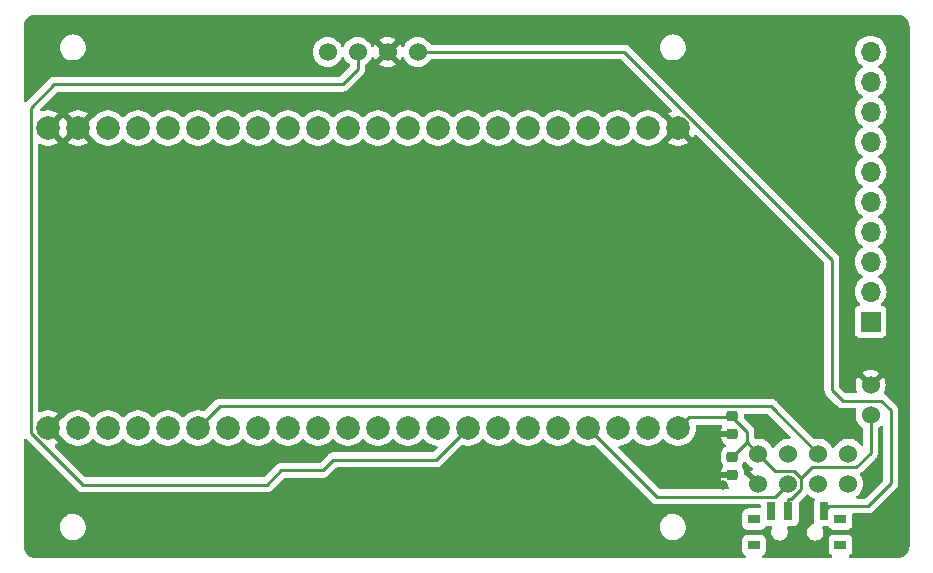
<source format=gbr>
%TF.GenerationSoftware,KiCad,Pcbnew,7.0.6*%
%TF.CreationDate,2024-02-09T00:40:26+01:00*%
%TF.ProjectId,openDTU,6f70656e-4454-4552-9e6b-696361645f70,rev?*%
%TF.SameCoordinates,Original*%
%TF.FileFunction,Copper,L2,Bot*%
%TF.FilePolarity,Positive*%
%FSLAX46Y46*%
G04 Gerber Fmt 4.6, Leading zero omitted, Abs format (unit mm)*
G04 Created by KiCad (PCBNEW 7.0.6) date 2024-02-09 00:40:26*
%MOMM*%
%LPD*%
G01*
G04 APERTURE LIST*
G04 Aperture macros list*
%AMRoundRect*
0 Rectangle with rounded corners*
0 $1 Rounding radius*
0 $2 $3 $4 $5 $6 $7 $8 $9 X,Y pos of 4 corners*
0 Add a 4 corners polygon primitive as box body*
4,1,4,$2,$3,$4,$5,$6,$7,$8,$9,$2,$3,0*
0 Add four circle primitives for the rounded corners*
1,1,$1+$1,$2,$3*
1,1,$1+$1,$4,$5*
1,1,$1+$1,$6,$7*
1,1,$1+$1,$8,$9*
0 Add four rect primitives between the rounded corners*
20,1,$1+$1,$2,$3,$4,$5,0*
20,1,$1+$1,$4,$5,$6,$7,0*
20,1,$1+$1,$6,$7,$8,$9,0*
20,1,$1+$1,$8,$9,$2,$3,0*%
G04 Aperture macros list end*
%TA.AperFunction,SMDPad,CuDef*%
%ADD10C,1.524000*%
%TD*%
%TA.AperFunction,ComponentPad*%
%ADD11C,1.524000*%
%TD*%
%TA.AperFunction,SMDPad,CuDef*%
%ADD12R,1.000000X0.800000*%
%TD*%
%TA.AperFunction,SMDPad,CuDef*%
%ADD13R,0.700000X1.500000*%
%TD*%
%TA.AperFunction,ComponentPad*%
%ADD14C,2.000000*%
%TD*%
%TA.AperFunction,SMDPad,CuDef*%
%ADD15RoundRect,0.225000X-0.250000X0.225000X-0.250000X-0.225000X0.250000X-0.225000X0.250000X0.225000X0*%
%TD*%
%TA.AperFunction,ComponentPad*%
%ADD16R,1.700000X1.700000*%
%TD*%
%TA.AperFunction,ComponentPad*%
%ADD17O,1.700000X1.700000*%
%TD*%
%TA.AperFunction,ViaPad*%
%ADD18C,0.800000*%
%TD*%
%TA.AperFunction,Conductor*%
%ADD19C,0.250000*%
%TD*%
G04 APERTURE END LIST*
D10*
%TO.P,J2,1,Pin_1*%
%TO.N,+3.3V*%
X177700000Y-94900000D03*
%TO.P,J2,2,Pin_2*%
%TO.N,GND*%
X177700000Y-92360000D03*
%TD*%
D11*
%TO.P,U3,1,SDA*%
%TO.N,/SDA*%
X131740800Y-64167600D03*
%TO.P,U3,2,SCL*%
%TO.N,/SCL*%
X134280800Y-64167600D03*
%TO.P,U3,3,GND*%
%TO.N,GND*%
X136820800Y-64167600D03*
%TO.P,U3,4,VCC*%
%TO.N,Net-(SW1-A)*%
X139360800Y-64167600D03*
%TD*%
%TO.P,U1,1,GND*%
%TO.N,GND*%
X168185000Y-100708500D03*
%TO.P,U1,2,VCC*%
%TO.N,+3.3V*%
X168185000Y-98168500D03*
%TO.P,U1,3,CE*%
%TO.N,/CE*%
X170725000Y-100708500D03*
%TO.P,U1,4,CSn*%
%TO.N,/CS*%
X170725000Y-98168500D03*
%TO.P,U1,5,SCK*%
%TO.N,/SCK*%
X173265000Y-100708500D03*
%TO.P,U1,6,MOSI*%
%TO.N,/MOSI*%
X173265000Y-98168500D03*
%TO.P,U1,7,MISO*%
%TO.N,/MISO*%
X175805000Y-100708500D03*
%TO.P,U1,8,IRQ*%
%TO.N,/IRQ*%
X175805000Y-98168500D03*
%TD*%
D12*
%TO.P,SW1,*%
%TO.N,*%
X175150000Y-105930000D03*
X175150000Y-103720000D03*
X167850000Y-105930000D03*
X167850000Y-103720000D03*
D13*
%TO.P,SW1,1,A*%
%TO.N,Net-(SW1-A)*%
X173750000Y-103070000D03*
%TO.P,SW1,2,B*%
%TO.N,+3.3V*%
X170750000Y-103070000D03*
%TO.P,SW1,3,C*%
%TO.N,unconnected-(SW1-C-Pad3)*%
X169250000Y-103070000D03*
%TD*%
D14*
%TO.P,U2,1,3.3*%
%TO.N,+3.3V*%
X161400000Y-95999964D03*
%TO.P,U2,2,3.3*%
X158860000Y-95999964D03*
%TO.P,U2,3,RST*%
%TO.N,unconnected-(U2-RST-Pad3)*%
X156320000Y-95999964D03*
%TO.P,U2,4,4*%
%TO.N,/CE*%
X153780000Y-95999964D03*
%TO.P,U2,5,5*%
%TO.N,unconnected-(U2-Pad5)*%
X151240000Y-95999964D03*
%TO.P,U2,6,6*%
%TO.N,unconnected-(U2-Pad6)*%
X148700000Y-95999964D03*
%TO.P,U2,7,7*%
%TO.N,unconnected-(U2-Pad7)*%
X146160000Y-95999964D03*
%TO.P,U2,8,15*%
%TO.N,/SCL*%
X143620000Y-95999964D03*
%TO.P,U2,9,16*%
%TO.N,/IRQ*%
X141080000Y-95999964D03*
%TO.P,U2,10,17*%
%TO.N,unconnected-(U2-17-Pad10)*%
X138540000Y-95999964D03*
%TO.P,U2,11,18*%
%TO.N,unconnected-(U2-18-Pad11)*%
X136000000Y-95999964D03*
%TO.P,U2,12,8*%
%TO.N,unconnected-(U2-8-Pad12)*%
X133460000Y-95999964D03*
%TO.P,U2,13,3*%
%TO.N,unconnected-(U2-3-Pad13)*%
X130920000Y-95999964D03*
%TO.P,U2,14,46*%
%TO.N,unconnected-(U2-46-Pad14)*%
X128380000Y-95999964D03*
%TO.P,U2,15,9*%
%TO.N,unconnected-(U2-9-Pad15)*%
X125840000Y-95999964D03*
%TO.P,U2,16,10*%
%TO.N,/CS*%
X123300000Y-95999964D03*
%TO.P,U2,17,11*%
%TO.N,/MOSI*%
X120760000Y-95999964D03*
%TO.P,U2,18,12*%
%TO.N,/SCK*%
X118220000Y-95999964D03*
%TO.P,U2,19,13*%
%TO.N,/MISO*%
X115680000Y-95999964D03*
%TO.P,U2,20,14*%
%TO.N,/SDA*%
X113140000Y-95999964D03*
%TO.P,U2,21,5V*%
%TO.N,unconnected-(U2-5V-Pad21)*%
X110600000Y-95999964D03*
%TO.P,U2,22,GND*%
%TO.N,GND*%
X108060000Y-95999964D03*
%TO.P,U2,23,GND*%
X108060000Y-70598100D03*
%TO.P,U2,24,GND*%
X110600000Y-70599964D03*
%TO.P,U2,25,19*%
%TO.N,unconnected-(U2-19-Pad25)*%
X113140000Y-70599964D03*
%TO.P,U2,26,20*%
%TO.N,unconnected-(U2-20-Pad26)*%
X115680000Y-70599964D03*
%TO.P,U2,27,21*%
%TO.N,unconnected-(U2-21-Pad27)*%
X118220000Y-70599964D03*
%TO.P,U2,28,47*%
%TO.N,unconnected-(U2-47-Pad28)*%
X120760000Y-70599964D03*
%TO.P,U2,29,48*%
%TO.N,Net-(J1-Pin_10)*%
X123300000Y-70599964D03*
%TO.P,U2,30,45*%
%TO.N,Net-(J1-Pin_9)*%
X125840000Y-70599964D03*
%TO.P,U2,31,0*%
%TO.N,unconnected-(U2-0-Pad31)*%
X128380000Y-70599964D03*
%TO.P,U2,32,35*%
%TO.N,Net-(J1-Pin_8)*%
X130920000Y-70599964D03*
%TO.P,U2,33,36*%
%TO.N,Net-(J1-Pin_7)*%
X133460000Y-70599964D03*
%TO.P,U2,34,37*%
%TO.N,Net-(J1-Pin_6)*%
X136000000Y-70599964D03*
%TO.P,U2,35,38*%
%TO.N,Net-(J1-Pin_5)*%
X138540000Y-70599964D03*
%TO.P,U2,36,39*%
%TO.N,Net-(J1-Pin_4)*%
X141080000Y-70599964D03*
%TO.P,U2,37,40*%
%TO.N,Net-(J1-Pin_3)*%
X143620000Y-70599964D03*
%TO.P,U2,38,41*%
%TO.N,Net-(J1-Pin_2)*%
X146160000Y-70599964D03*
%TO.P,U2,39,42*%
%TO.N,Net-(J1-Pin_1)*%
X148700000Y-70599964D03*
%TO.P,U2,40,2*%
%TO.N,unconnected-(U2-2-Pad40)*%
X151240000Y-70599964D03*
%TO.P,U2,41,1*%
%TO.N,unconnected-(U2-1-Pad41)*%
X153780000Y-70599964D03*
%TO.P,U2,42,RX*%
%TO.N,unconnected-(U2-RX-Pad42)*%
X156320000Y-70599964D03*
%TO.P,U2,43,TX*%
%TO.N,unconnected-(U2-TX-Pad43)*%
X158860000Y-70599964D03*
%TO.P,U2,44,GND*%
%TO.N,GND*%
X161400000Y-70599964D03*
%TD*%
D15*
%TO.P,C1,1*%
%TO.N,+3.3V*%
X166000000Y-94950000D03*
%TO.P,C1,2*%
%TO.N,GND*%
X166000000Y-96500000D03*
%TD*%
D16*
%TO.P,J1,1,Pin_1*%
%TO.N,Net-(J1-Pin_1)*%
X177700000Y-87000000D03*
D17*
%TO.P,J1,2,Pin_2*%
%TO.N,Net-(J1-Pin_2)*%
X177700000Y-84460000D03*
%TO.P,J1,3,Pin_3*%
%TO.N,Net-(J1-Pin_3)*%
X177700000Y-81920000D03*
%TO.P,J1,4,Pin_4*%
%TO.N,Net-(J1-Pin_4)*%
X177700000Y-79380000D03*
%TO.P,J1,5,Pin_5*%
%TO.N,Net-(J1-Pin_5)*%
X177700000Y-76840000D03*
%TO.P,J1,6,Pin_6*%
%TO.N,Net-(J1-Pin_6)*%
X177700000Y-74300000D03*
%TO.P,J1,7,Pin_7*%
%TO.N,Net-(J1-Pin_7)*%
X177700000Y-71760000D03*
%TO.P,J1,8,Pin_8*%
%TO.N,Net-(J1-Pin_8)*%
X177700000Y-69220000D03*
%TO.P,J1,9,Pin_9*%
%TO.N,Net-(J1-Pin_9)*%
X177700000Y-66680000D03*
%TO.P,J1,10,Pin_10*%
%TO.N,Net-(J1-Pin_10)*%
X177700000Y-64140000D03*
%TD*%
D15*
%TO.P,C2,1*%
%TO.N,+3.3V*%
X166000000Y-98450000D03*
%TO.P,C2,2*%
%TO.N,GND*%
X166000000Y-100000000D03*
%TD*%
D18*
%TO.N,GND*%
X178200000Y-99500000D03*
X137800000Y-100500000D03*
X173100000Y-73200000D03*
X172200000Y-95600000D03*
X143900000Y-75100000D03*
X165200000Y-100800000D03*
X147300000Y-77800000D03*
X173100000Y-75400000D03*
X166000000Y-96500000D03*
X126300000Y-68100000D03*
X171000000Y-93700000D03*
X144500000Y-98400000D03*
X173700000Y-67700000D03*
X173200000Y-70300000D03*
X168500000Y-95900000D03*
%TD*%
D19*
%TO.N,/SCL*%
X140919964Y-98700000D02*
X143620000Y-95999964D01*
X132200000Y-98700000D02*
X140919964Y-98700000D01*
X131300000Y-99600000D02*
X132200000Y-98700000D01*
X127800000Y-99600000D02*
X131300000Y-99600000D01*
X110986202Y-100800000D02*
X126600000Y-100800000D01*
X106600000Y-96413797D02*
X110986202Y-100800000D01*
X126600000Y-100800000D02*
X127800000Y-99600000D01*
X108600000Y-66900000D02*
X106600000Y-68900000D01*
X133000000Y-66900000D02*
X108600000Y-66900000D01*
X134280800Y-65619200D02*
X133000000Y-66900000D01*
X106600000Y-68900000D02*
X106600000Y-96413797D01*
X134280800Y-64167600D02*
X134280800Y-65619200D01*
%TO.N,+3.3V*%
X176500000Y-99300000D02*
X177700000Y-98100000D01*
X177700000Y-98100000D02*
X177700000Y-94900000D01*
X172717200Y-99300000D02*
X176500000Y-99300000D01*
X171818000Y-100199200D02*
X172717200Y-99300000D01*
%TO.N,Net-(SW1-A)*%
X156845600Y-64167600D02*
X139360800Y-64167600D01*
X174425400Y-81747400D02*
X156845600Y-64167600D01*
X174425400Y-92800000D02*
X174425400Y-81747400D01*
X175325400Y-93700000D02*
X174425400Y-92800000D01*
X178600000Y-93700000D02*
X175325400Y-93700000D01*
X179400000Y-94500000D02*
X178600000Y-93700000D01*
X179400000Y-100700000D02*
X179400000Y-94500000D01*
X177500000Y-102600000D02*
X179400000Y-100700000D01*
X174220000Y-102600000D02*
X177500000Y-102600000D01*
X173750000Y-103070000D02*
X174220000Y-102600000D01*
%TO.N,+3.3V*%
X166000000Y-95097900D02*
X166000000Y-94950000D01*
X171818000Y-100199200D02*
X171818000Y-101179900D01*
X170750000Y-103070000D02*
X170750000Y-101994700D01*
X162302100Y-95097900D02*
X161400000Y-96000000D01*
X166000000Y-98450000D02*
X167233300Y-97216700D01*
X167233200Y-97216700D02*
X167233200Y-96331100D01*
X169637600Y-99621100D02*
X171239900Y-99621100D01*
X167233200Y-96331100D02*
X166000000Y-95097900D01*
X167233300Y-97216700D02*
X168185000Y-98168500D01*
X171818000Y-101179900D02*
X171003200Y-101994700D01*
X166000000Y-95097900D02*
X162302100Y-95097900D01*
X168185000Y-98168500D02*
X169637600Y-99621100D01*
X167233300Y-97216700D02*
X167233200Y-97216700D01*
X171003200Y-101994700D02*
X170750000Y-101994700D01*
X171239900Y-99621100D02*
X171818000Y-100199200D01*
%TO.N,/CE*%
X170725000Y-100708500D02*
X169620600Y-101812900D01*
X159592900Y-101812900D02*
X153780000Y-96000000D01*
X169620600Y-101812900D02*
X159592900Y-101812900D01*
%TO.N,/MOSI*%
X169253700Y-94157200D02*
X122602800Y-94157200D01*
X122602800Y-94157200D02*
X120760000Y-96000000D01*
X173265000Y-98168500D02*
X169253700Y-94157200D01*
%TD*%
%TA.AperFunction,Conductor*%
%TO.N,GND*%
G36*
X180002695Y-61000735D02*
G01*
X180045519Y-61004482D01*
X180171771Y-61016918D01*
X180191685Y-61020541D01*
X180258349Y-61038403D01*
X180351570Y-61066682D01*
X180367971Y-61072958D01*
X180435411Y-61104406D01*
X180438375Y-61105888D01*
X180475969Y-61125982D01*
X180522327Y-61150762D01*
X180528667Y-61154657D01*
X180594828Y-61200983D01*
X180598600Y-61203844D01*
X180670808Y-61263103D01*
X180675309Y-61267182D01*
X180732815Y-61324688D01*
X180736895Y-61329190D01*
X180796154Y-61401398D01*
X180799015Y-61405170D01*
X180845341Y-61471331D01*
X180849236Y-61477671D01*
X180894101Y-61561605D01*
X180895614Y-61564631D01*
X180927040Y-61632027D01*
X180933319Y-61648435D01*
X180961601Y-61741669D01*
X180979454Y-61808299D01*
X180983082Y-61828238D01*
X180995523Y-61954554D01*
X180999264Y-61997302D01*
X180999500Y-62002710D01*
X180999500Y-105997289D01*
X180999264Y-106002697D01*
X180995523Y-106045445D01*
X180983082Y-106171760D01*
X180979454Y-106191699D01*
X180961601Y-106258330D01*
X180933318Y-106351563D01*
X180927040Y-106367971D01*
X180895614Y-106435367D01*
X180894101Y-106438393D01*
X180849236Y-106522327D01*
X180845341Y-106528667D01*
X180799015Y-106594828D01*
X180796154Y-106598600D01*
X180736895Y-106670808D01*
X180732806Y-106675320D01*
X180675320Y-106732806D01*
X180670808Y-106736895D01*
X180598600Y-106796154D01*
X180594828Y-106799015D01*
X180528667Y-106845341D01*
X180522327Y-106849236D01*
X180438393Y-106894101D01*
X180435367Y-106895614D01*
X180367971Y-106927040D01*
X180351563Y-106933318D01*
X180258330Y-106961601D01*
X180191699Y-106979454D01*
X180171760Y-106983082D01*
X180045445Y-106995523D01*
X180004789Y-106999080D01*
X180002696Y-106999264D01*
X179997290Y-106999500D01*
X175963386Y-106999500D01*
X175896347Y-106979815D01*
X175850592Y-106927011D01*
X175840648Y-106857853D01*
X175869673Y-106794297D01*
X175889075Y-106776233D01*
X175892329Y-106773796D01*
X175892331Y-106773796D01*
X176007546Y-106687546D01*
X176093796Y-106572331D01*
X176144091Y-106437483D01*
X176150500Y-106377873D01*
X176150499Y-105482128D01*
X176144091Y-105422517D01*
X176131765Y-105389470D01*
X176093797Y-105287671D01*
X176093793Y-105287664D01*
X176007547Y-105172455D01*
X176007544Y-105172452D01*
X175892335Y-105086206D01*
X175892328Y-105086202D01*
X175757482Y-105035908D01*
X175757483Y-105035908D01*
X175697883Y-105029501D01*
X175697881Y-105029500D01*
X175697873Y-105029500D01*
X175697864Y-105029500D01*
X174602129Y-105029500D01*
X174602123Y-105029501D01*
X174542516Y-105035908D01*
X174407671Y-105086202D01*
X174407664Y-105086206D01*
X174292455Y-105172452D01*
X174292452Y-105172455D01*
X174206206Y-105287664D01*
X174206202Y-105287671D01*
X174155908Y-105422517D01*
X174149940Y-105478035D01*
X174149501Y-105482123D01*
X174149500Y-105482135D01*
X174149500Y-106377870D01*
X174149501Y-106377876D01*
X174155908Y-106437483D01*
X174206202Y-106572328D01*
X174206206Y-106572335D01*
X174258707Y-106642466D01*
X174292454Y-106687546D01*
X174407669Y-106773796D01*
X174407670Y-106773796D01*
X174410925Y-106776233D01*
X174452796Y-106832167D01*
X174457780Y-106901859D01*
X174424295Y-106963182D01*
X174362971Y-106996666D01*
X174336614Y-106999500D01*
X168663386Y-106999500D01*
X168596347Y-106979815D01*
X168550592Y-106927011D01*
X168540648Y-106857853D01*
X168569673Y-106794297D01*
X168589075Y-106776233D01*
X168592329Y-106773796D01*
X168592331Y-106773796D01*
X168707546Y-106687546D01*
X168793796Y-106572331D01*
X168844091Y-106437483D01*
X168850500Y-106377873D01*
X168850499Y-105482128D01*
X168844091Y-105422517D01*
X168831765Y-105389470D01*
X168793797Y-105287671D01*
X168793793Y-105287664D01*
X168707547Y-105172455D01*
X168707544Y-105172452D01*
X168592335Y-105086206D01*
X168592328Y-105086202D01*
X168457482Y-105035908D01*
X168457483Y-105035908D01*
X168397883Y-105029501D01*
X168397881Y-105029500D01*
X168397873Y-105029500D01*
X168397864Y-105029500D01*
X167302129Y-105029500D01*
X167302123Y-105029501D01*
X167242516Y-105035908D01*
X167107671Y-105086202D01*
X167107664Y-105086206D01*
X166992455Y-105172452D01*
X166992452Y-105172455D01*
X166906206Y-105287664D01*
X166906202Y-105287671D01*
X166855908Y-105422517D01*
X166849940Y-105478035D01*
X166849501Y-105482123D01*
X166849500Y-105482135D01*
X166849500Y-106377870D01*
X166849501Y-106377876D01*
X166855908Y-106437483D01*
X166906202Y-106572328D01*
X166906206Y-106572335D01*
X166958707Y-106642466D01*
X166992454Y-106687546D01*
X167107669Y-106773796D01*
X167107670Y-106773796D01*
X167110925Y-106776233D01*
X167152796Y-106832167D01*
X167157780Y-106901859D01*
X167124295Y-106963182D01*
X167062971Y-106996666D01*
X167036614Y-106999500D01*
X107002710Y-106999500D01*
X106997303Y-106999264D01*
X106995015Y-106999063D01*
X106954554Y-106995523D01*
X106828238Y-106983082D01*
X106808299Y-106979454D01*
X106741669Y-106961601D01*
X106648435Y-106933319D01*
X106632027Y-106927040D01*
X106578024Y-106901859D01*
X106564618Y-106895607D01*
X106561605Y-106894101D01*
X106477671Y-106849236D01*
X106471331Y-106845341D01*
X106405170Y-106799015D01*
X106401398Y-106796154D01*
X106329190Y-106736895D01*
X106324688Y-106732815D01*
X106267182Y-106675309D01*
X106263103Y-106670808D01*
X106203844Y-106598600D01*
X106200983Y-106594828D01*
X106154657Y-106528667D01*
X106150762Y-106522327D01*
X106125982Y-106475969D01*
X106105888Y-106438375D01*
X106104406Y-106435411D01*
X106072958Y-106367971D01*
X106066682Y-106351570D01*
X106038398Y-106258330D01*
X106020541Y-106191685D01*
X106016918Y-106171771D01*
X106004482Y-106045519D01*
X106000735Y-106002695D01*
X106000500Y-105997293D01*
X106000500Y-104386600D01*
X109045585Y-104386600D01*
X109064402Y-104589682D01*
X109120217Y-104785847D01*
X109120222Y-104785860D01*
X109211127Y-104968421D01*
X109334037Y-105131181D01*
X109484758Y-105268580D01*
X109484760Y-105268582D01*
X109610948Y-105346713D01*
X109658163Y-105375948D01*
X109689663Y-105388151D01*
X109692727Y-105389444D01*
X109692802Y-105389470D01*
X109692804Y-105389471D01*
X109693821Y-105389823D01*
X109695299Y-105390335D01*
X109773685Y-105420701D01*
X109848344Y-105449624D01*
X109881195Y-105455765D01*
X109884408Y-105456454D01*
X109890870Y-105458022D01*
X109890875Y-105458024D01*
X109890879Y-105458024D01*
X109890881Y-105458025D01*
X109901293Y-105459522D01*
X109928496Y-105464607D01*
X110048824Y-105487100D01*
X110048826Y-105487100D01*
X110084237Y-105487100D01*
X110092443Y-105487686D01*
X110092449Y-105487572D01*
X110098337Y-105487852D01*
X110098341Y-105487853D01*
X110098344Y-105487852D01*
X110098348Y-105487853D01*
X110106754Y-105487453D01*
X110106764Y-105487455D01*
X110112738Y-105487170D01*
X110115691Y-105487100D01*
X110252775Y-105487100D01*
X110252776Y-105487100D01*
X110295998Y-105479020D01*
X110304446Y-105478035D01*
X110307702Y-105477880D01*
X110307704Y-105477879D01*
X110309581Y-105477790D01*
X110309627Y-105477785D01*
X110342714Y-105476208D01*
X110373094Y-105464608D01*
X110453256Y-105449624D01*
X110498181Y-105432219D01*
X110505945Y-105429786D01*
X110511393Y-105428465D01*
X110511396Y-105428463D01*
X110514140Y-105427798D01*
X110514170Y-105427790D01*
X110543386Y-105420701D01*
X110569799Y-105404475D01*
X110626695Y-105382433D01*
X110643435Y-105375949D01*
X110643440Y-105375946D01*
X110688044Y-105348328D01*
X110694892Y-105344664D01*
X110702051Y-105341395D01*
X110702054Y-105341392D01*
X110706375Y-105339420D01*
X110708328Y-105338528D01*
X110709582Y-105338347D01*
X110712829Y-105336472D01*
X110730045Y-105328610D01*
X110751828Y-105308834D01*
X110816841Y-105268581D01*
X110858853Y-105230281D01*
X110864609Y-105225636D01*
X110872785Y-105219815D01*
X110872789Y-105219810D01*
X110872877Y-105219748D01*
X110875706Y-105218768D01*
X110882422Y-105212950D01*
X110896096Y-105203212D01*
X110912853Y-105181053D01*
X110967564Y-105131179D01*
X111004491Y-105082278D01*
X111009078Y-105076878D01*
X111012007Y-105073803D01*
X111013084Y-105072674D01*
X111017102Y-105070352D01*
X111025599Y-105059549D01*
X111035639Y-105049019D01*
X111047255Y-105025650D01*
X111090473Y-104968421D01*
X111117622Y-104913897D01*
X111125139Y-104905789D01*
X111126341Y-104902787D01*
X111137142Y-104881835D01*
X111143793Y-104871484D01*
X111150407Y-104848055D01*
X111181382Y-104785850D01*
X111198398Y-104726043D01*
X111205143Y-104715350D01*
X111206396Y-104708853D01*
X111213040Y-104686226D01*
X111216747Y-104676965D01*
X111218748Y-104654521D01*
X111237197Y-104589683D01*
X111244168Y-104514445D01*
X111245017Y-104508480D01*
X111248310Y-104491399D01*
X111248310Y-104491394D01*
X111251979Y-104472358D01*
X111249973Y-104451795D01*
X111256015Y-104386600D01*
X159845585Y-104386600D01*
X159864402Y-104589682D01*
X159920217Y-104785847D01*
X159920222Y-104785860D01*
X160011127Y-104968421D01*
X160134037Y-105131181D01*
X160284758Y-105268580D01*
X160284760Y-105268582D01*
X160410948Y-105346713D01*
X160458163Y-105375948D01*
X160489663Y-105388151D01*
X160492727Y-105389444D01*
X160492802Y-105389470D01*
X160492804Y-105389471D01*
X160493821Y-105389823D01*
X160495299Y-105390335D01*
X160573685Y-105420701D01*
X160648344Y-105449624D01*
X160681195Y-105455765D01*
X160684408Y-105456454D01*
X160690870Y-105458022D01*
X160690875Y-105458024D01*
X160690879Y-105458024D01*
X160690881Y-105458025D01*
X160701293Y-105459522D01*
X160728496Y-105464607D01*
X160848824Y-105487100D01*
X160848826Y-105487100D01*
X160884237Y-105487100D01*
X160892443Y-105487686D01*
X160892449Y-105487572D01*
X160898337Y-105487852D01*
X160898341Y-105487853D01*
X160898344Y-105487852D01*
X160898348Y-105487853D01*
X160906754Y-105487453D01*
X160906764Y-105487455D01*
X160912738Y-105487170D01*
X160915691Y-105487100D01*
X161052775Y-105487100D01*
X161052776Y-105487100D01*
X161095998Y-105479020D01*
X161104446Y-105478035D01*
X161107702Y-105477880D01*
X161107704Y-105477879D01*
X161109581Y-105477790D01*
X161109627Y-105477785D01*
X161142714Y-105476208D01*
X161173094Y-105464608D01*
X161253256Y-105449624D01*
X161298181Y-105432219D01*
X161305945Y-105429786D01*
X161311393Y-105428465D01*
X161311396Y-105428463D01*
X161314140Y-105427798D01*
X161314170Y-105427790D01*
X161343386Y-105420701D01*
X161369799Y-105404475D01*
X161426695Y-105382433D01*
X161443435Y-105375949D01*
X161443440Y-105375946D01*
X161488044Y-105348328D01*
X161494892Y-105344664D01*
X161502051Y-105341395D01*
X161502054Y-105341392D01*
X161506375Y-105339420D01*
X161508328Y-105338528D01*
X161509582Y-105338347D01*
X161512829Y-105336472D01*
X161530045Y-105328610D01*
X161551828Y-105308834D01*
X161616841Y-105268581D01*
X161658853Y-105230281D01*
X161664609Y-105225636D01*
X161672785Y-105219815D01*
X161672789Y-105219810D01*
X161672877Y-105219748D01*
X161675706Y-105218768D01*
X161682422Y-105212950D01*
X161696096Y-105203212D01*
X161712853Y-105181053D01*
X161767564Y-105131179D01*
X161804491Y-105082278D01*
X161809078Y-105076878D01*
X161812007Y-105073803D01*
X161813084Y-105072674D01*
X161817102Y-105070352D01*
X161825599Y-105059549D01*
X161835639Y-105049019D01*
X161847255Y-105025650D01*
X161890473Y-104968421D01*
X161917622Y-104913897D01*
X161925139Y-104905789D01*
X161926341Y-104902787D01*
X161937142Y-104881835D01*
X161943793Y-104871484D01*
X161950407Y-104848055D01*
X161981382Y-104785850D01*
X161998398Y-104726043D01*
X162005143Y-104715350D01*
X162006396Y-104708853D01*
X162013040Y-104686226D01*
X162016747Y-104676965D01*
X162018748Y-104654521D01*
X162037197Y-104589683D01*
X162044168Y-104514445D01*
X162045017Y-104508480D01*
X162048310Y-104491399D01*
X162048310Y-104491394D01*
X162051979Y-104472358D01*
X162049973Y-104451795D01*
X162056015Y-104386600D01*
X162049973Y-104321404D01*
X162052980Y-104306033D01*
X162045020Y-104264732D01*
X162044168Y-104258748D01*
X162037197Y-104183517D01*
X162018748Y-104118676D01*
X162018891Y-104101586D01*
X162013039Y-104086969D01*
X162006397Y-104064346D01*
X162005952Y-104062040D01*
X161998399Y-104047158D01*
X161981382Y-103987350D01*
X161981381Y-103987347D01*
X161981380Y-103987344D01*
X161950408Y-103925146D01*
X161947165Y-103906959D01*
X161937142Y-103891362D01*
X161926691Y-103871090D01*
X161917624Y-103859305D01*
X161890473Y-103804779D01*
X161890470Y-103804775D01*
X161890469Y-103804773D01*
X161847256Y-103747549D01*
X161840256Y-103729020D01*
X161825597Y-103713647D01*
X161818944Y-103705188D01*
X161813116Y-103700557D01*
X161809099Y-103696344D01*
X161804492Y-103690922D01*
X161793843Y-103676820D01*
X161767566Y-103642022D01*
X161767564Y-103642020D01*
X161712855Y-103592147D01*
X161701901Y-103574119D01*
X161682423Y-103560249D01*
X161677169Y-103555696D01*
X161672865Y-103553442D01*
X161664632Y-103547578D01*
X161658824Y-103542891D01*
X161644566Y-103529893D01*
X161616841Y-103504619D01*
X161616834Y-103504615D01*
X161616832Y-103504613D01*
X161551829Y-103464365D01*
X161536913Y-103447724D01*
X161512829Y-103436726D01*
X161510333Y-103435285D01*
X161508386Y-103434697D01*
X161494904Y-103428540D01*
X161488014Y-103424853D01*
X161443437Y-103397252D01*
X161397082Y-103379294D01*
X161369793Y-103368722D01*
X161351119Y-103354372D01*
X161305955Y-103343415D01*
X161298168Y-103340974D01*
X161267445Y-103329073D01*
X161253256Y-103323576D01*
X161253247Y-103323574D01*
X161253246Y-103323574D01*
X161173084Y-103308588D01*
X161151047Y-103297383D01*
X161104441Y-103295163D01*
X161095991Y-103294177D01*
X161052780Y-103286100D01*
X161052776Y-103286100D01*
X160915634Y-103286100D01*
X160912684Y-103286030D01*
X160898340Y-103285346D01*
X160892449Y-103285628D01*
X160892443Y-103285513D01*
X160884237Y-103286100D01*
X160848824Y-103286100D01*
X160805616Y-103294177D01*
X160701291Y-103313678D01*
X160690872Y-103315176D01*
X160684393Y-103316748D01*
X160681173Y-103317439D01*
X160648348Y-103323575D01*
X160648338Y-103323577D01*
X160495296Y-103382866D01*
X160492715Y-103383759D01*
X160489611Y-103385068D01*
X160458163Y-103397251D01*
X160458161Y-103397252D01*
X160284757Y-103504620D01*
X160134037Y-103642018D01*
X160011127Y-103804778D01*
X159920222Y-103987339D01*
X159920217Y-103987352D01*
X159864402Y-104183517D01*
X159845585Y-104386599D01*
X159845585Y-104386600D01*
X111256015Y-104386600D01*
X111249973Y-104321404D01*
X111252980Y-104306033D01*
X111245020Y-104264732D01*
X111244168Y-104258748D01*
X111237197Y-104183517D01*
X111218748Y-104118676D01*
X111218891Y-104101586D01*
X111213039Y-104086969D01*
X111206397Y-104064346D01*
X111205952Y-104062040D01*
X111198399Y-104047158D01*
X111181382Y-103987350D01*
X111181381Y-103987347D01*
X111181380Y-103987344D01*
X111150408Y-103925146D01*
X111147165Y-103906959D01*
X111137142Y-103891362D01*
X111126691Y-103871090D01*
X111117624Y-103859305D01*
X111090473Y-103804779D01*
X111090470Y-103804775D01*
X111090469Y-103804773D01*
X111047256Y-103747549D01*
X111040256Y-103729020D01*
X111025597Y-103713647D01*
X111018944Y-103705188D01*
X111013116Y-103700557D01*
X111009099Y-103696344D01*
X111004492Y-103690922D01*
X110993843Y-103676820D01*
X110967566Y-103642022D01*
X110967564Y-103642020D01*
X110912855Y-103592147D01*
X110901901Y-103574119D01*
X110882423Y-103560249D01*
X110877169Y-103555696D01*
X110872865Y-103553442D01*
X110864632Y-103547578D01*
X110858824Y-103542891D01*
X110844566Y-103529893D01*
X110816841Y-103504619D01*
X110816834Y-103504615D01*
X110816832Y-103504613D01*
X110751829Y-103464365D01*
X110736913Y-103447724D01*
X110712829Y-103436726D01*
X110710333Y-103435285D01*
X110708386Y-103434697D01*
X110694904Y-103428540D01*
X110688014Y-103424853D01*
X110643437Y-103397252D01*
X110597082Y-103379294D01*
X110569793Y-103368722D01*
X110551119Y-103354372D01*
X110505955Y-103343415D01*
X110498168Y-103340974D01*
X110467445Y-103329073D01*
X110453256Y-103323576D01*
X110453247Y-103323574D01*
X110453246Y-103323574D01*
X110373084Y-103308588D01*
X110351047Y-103297383D01*
X110304441Y-103295163D01*
X110295991Y-103294177D01*
X110252780Y-103286100D01*
X110252776Y-103286100D01*
X110115634Y-103286100D01*
X110112684Y-103286030D01*
X110098340Y-103285346D01*
X110092449Y-103285628D01*
X110092443Y-103285513D01*
X110084237Y-103286100D01*
X110048824Y-103286100D01*
X110005616Y-103294177D01*
X109901291Y-103313678D01*
X109890872Y-103315176D01*
X109884393Y-103316748D01*
X109881173Y-103317439D01*
X109848348Y-103323575D01*
X109848338Y-103323577D01*
X109695296Y-103382866D01*
X109692715Y-103383759D01*
X109689611Y-103385068D01*
X109658163Y-103397251D01*
X109658161Y-103397252D01*
X109484757Y-103504620D01*
X109334037Y-103642018D01*
X109211127Y-103804778D01*
X109120222Y-103987339D01*
X109120217Y-103987352D01*
X109064402Y-104183517D01*
X109045585Y-104386599D01*
X109045585Y-104386600D01*
X106000500Y-104386600D01*
X106000500Y-96998249D01*
X106020185Y-96931210D01*
X106072989Y-96885455D01*
X106142147Y-96875511D01*
X106205703Y-96904536D01*
X106212181Y-96910568D01*
X110485399Y-101183788D01*
X110495224Y-101196051D01*
X110495445Y-101195869D01*
X110500416Y-101201878D01*
X110521245Y-101221437D01*
X110550837Y-101249226D01*
X110571731Y-101270120D01*
X110577213Y-101274373D01*
X110581645Y-101278157D01*
X110615620Y-101310062D01*
X110633178Y-101319714D01*
X110649437Y-101330395D01*
X110665266Y-101342673D01*
X110708040Y-101361182D01*
X110713258Y-101363738D01*
X110754110Y-101386197D01*
X110773518Y-101391180D01*
X110791919Y-101397480D01*
X110810306Y-101405437D01*
X110853690Y-101412308D01*
X110856321Y-101412725D01*
X110862041Y-101413909D01*
X110907183Y-101425500D01*
X110927218Y-101425500D01*
X110946616Y-101427026D01*
X110966396Y-101430159D01*
X110966397Y-101430160D01*
X110966397Y-101430159D01*
X110966398Y-101430160D01*
X111012785Y-101425775D01*
X111018624Y-101425500D01*
X126517257Y-101425500D01*
X126532877Y-101427224D01*
X126532904Y-101426939D01*
X126540660Y-101427671D01*
X126540667Y-101427673D01*
X126609814Y-101425500D01*
X126639350Y-101425500D01*
X126646228Y-101424630D01*
X126652041Y-101424172D01*
X126698627Y-101422709D01*
X126717869Y-101417117D01*
X126736912Y-101413174D01*
X126756792Y-101410664D01*
X126800122Y-101393507D01*
X126805646Y-101391617D01*
X126809396Y-101390527D01*
X126850390Y-101378618D01*
X126867629Y-101368422D01*
X126885103Y-101359862D01*
X126903727Y-101352488D01*
X126903727Y-101352487D01*
X126903732Y-101352486D01*
X126941449Y-101325082D01*
X126946305Y-101321892D01*
X126986420Y-101298170D01*
X127000589Y-101283999D01*
X127015379Y-101271368D01*
X127031587Y-101259594D01*
X127061299Y-101223676D01*
X127065212Y-101219376D01*
X128022771Y-100261819D01*
X128084095Y-100228334D01*
X128110453Y-100225500D01*
X131217257Y-100225500D01*
X131232877Y-100227224D01*
X131232904Y-100226939D01*
X131240660Y-100227671D01*
X131240667Y-100227673D01*
X131309814Y-100225500D01*
X131339350Y-100225500D01*
X131346228Y-100224630D01*
X131352041Y-100224172D01*
X131398627Y-100222709D01*
X131417869Y-100217117D01*
X131436912Y-100213174D01*
X131456792Y-100210664D01*
X131500122Y-100193507D01*
X131505646Y-100191617D01*
X131509396Y-100190527D01*
X131550390Y-100178618D01*
X131567629Y-100168422D01*
X131585103Y-100159862D01*
X131603727Y-100152488D01*
X131603727Y-100152487D01*
X131603732Y-100152486D01*
X131641449Y-100125082D01*
X131646305Y-100121892D01*
X131686420Y-100098170D01*
X131700589Y-100083999D01*
X131715379Y-100071368D01*
X131731587Y-100059594D01*
X131761299Y-100023676D01*
X131765212Y-100019376D01*
X132422771Y-99361819D01*
X132484095Y-99328334D01*
X132510453Y-99325500D01*
X140837221Y-99325500D01*
X140852841Y-99327224D01*
X140852868Y-99326939D01*
X140860624Y-99327671D01*
X140860631Y-99327673D01*
X140929778Y-99325500D01*
X140959314Y-99325500D01*
X140966192Y-99324630D01*
X140972005Y-99324172D01*
X141018591Y-99322709D01*
X141037833Y-99317117D01*
X141056876Y-99313174D01*
X141076756Y-99310664D01*
X141120086Y-99293507D01*
X141125610Y-99291617D01*
X141129360Y-99290527D01*
X141170354Y-99278618D01*
X141187593Y-99268422D01*
X141205067Y-99259862D01*
X141223691Y-99252488D01*
X141223691Y-99252487D01*
X141223696Y-99252486D01*
X141261413Y-99225082D01*
X141266269Y-99221892D01*
X141306384Y-99198170D01*
X141320553Y-99183999D01*
X141335343Y-99171368D01*
X141351551Y-99159594D01*
X141381263Y-99123676D01*
X141385176Y-99119376D01*
X143042771Y-97461781D01*
X143104092Y-97428298D01*
X143170712Y-97432182D01*
X143216493Y-97447899D01*
X143250385Y-97459535D01*
X143495665Y-97500464D01*
X143744335Y-97500464D01*
X143989614Y-97459535D01*
X144224810Y-97378792D01*
X144443509Y-97260438D01*
X144639744Y-97107702D01*
X144798771Y-96934952D01*
X144858657Y-96898963D01*
X144928495Y-96901063D01*
X144981228Y-96934952D01*
X145140256Y-97107702D01*
X145336491Y-97260438D01*
X145336493Y-97260439D01*
X145509158Y-97353881D01*
X145555190Y-97378792D01*
X145790386Y-97459535D01*
X146035665Y-97500464D01*
X146284335Y-97500464D01*
X146529614Y-97459535D01*
X146764810Y-97378792D01*
X146983509Y-97260438D01*
X147179744Y-97107702D01*
X147338771Y-96934952D01*
X147398657Y-96898963D01*
X147468495Y-96901063D01*
X147521228Y-96934952D01*
X147680256Y-97107702D01*
X147876491Y-97260438D01*
X147876493Y-97260439D01*
X148049158Y-97353881D01*
X148095190Y-97378792D01*
X148330386Y-97459535D01*
X148575665Y-97500464D01*
X148824335Y-97500464D01*
X149069614Y-97459535D01*
X149304810Y-97378792D01*
X149523509Y-97260438D01*
X149719744Y-97107702D01*
X149878771Y-96934952D01*
X149938657Y-96898963D01*
X150008495Y-96901063D01*
X150061228Y-96934952D01*
X150220256Y-97107702D01*
X150416491Y-97260438D01*
X150416493Y-97260439D01*
X150589158Y-97353881D01*
X150635190Y-97378792D01*
X150870386Y-97459535D01*
X151115665Y-97500464D01*
X151364335Y-97500464D01*
X151609614Y-97459535D01*
X151844810Y-97378792D01*
X152063509Y-97260438D01*
X152259744Y-97107702D01*
X152418771Y-96934952D01*
X152478657Y-96898963D01*
X152548495Y-96901063D01*
X152601228Y-96934952D01*
X152760256Y-97107702D01*
X152956491Y-97260438D01*
X152956493Y-97260439D01*
X153129158Y-97353881D01*
X153175190Y-97378792D01*
X153410386Y-97459535D01*
X153655665Y-97500464D01*
X153904335Y-97500464D01*
X154149614Y-97459535D01*
X154229260Y-97432191D01*
X154299055Y-97429041D01*
X154357201Y-97461791D01*
X156743576Y-99848167D01*
X159092097Y-102196688D01*
X159101922Y-102208951D01*
X159102143Y-102208769D01*
X159107114Y-102214778D01*
X159133117Y-102239195D01*
X159157535Y-102262126D01*
X159178429Y-102283020D01*
X159183911Y-102287273D01*
X159188343Y-102291057D01*
X159222318Y-102322962D01*
X159239876Y-102332614D01*
X159256133Y-102343293D01*
X159271964Y-102355573D01*
X159291637Y-102364086D01*
X159314733Y-102374082D01*
X159319977Y-102376650D01*
X159360808Y-102399097D01*
X159373423Y-102402335D01*
X159380205Y-102404077D01*
X159398619Y-102410381D01*
X159417004Y-102418338D01*
X159463057Y-102425632D01*
X159468726Y-102426806D01*
X159513881Y-102438400D01*
X159533916Y-102438400D01*
X159553313Y-102439926D01*
X159573096Y-102443060D01*
X159619483Y-102438675D01*
X159625322Y-102438400D01*
X168275500Y-102438400D01*
X168342539Y-102458085D01*
X168388294Y-102510889D01*
X168399500Y-102562400D01*
X168399500Y-102695500D01*
X168379815Y-102762539D01*
X168327011Y-102808294D01*
X168275500Y-102819500D01*
X167302129Y-102819500D01*
X167302123Y-102819501D01*
X167242516Y-102825908D01*
X167107671Y-102876202D01*
X167107664Y-102876206D01*
X166992455Y-102962452D01*
X166992452Y-102962455D01*
X166906206Y-103077664D01*
X166906202Y-103077671D01*
X166855908Y-103212517D01*
X166849501Y-103272116D01*
X166849500Y-103272135D01*
X166849500Y-104167870D01*
X166849501Y-104167876D01*
X166855908Y-104227483D01*
X166906202Y-104362328D01*
X166906206Y-104362335D01*
X166992452Y-104477544D01*
X166992455Y-104477547D01*
X167107664Y-104563793D01*
X167107671Y-104563797D01*
X167242517Y-104614091D01*
X167242516Y-104614091D01*
X167249444Y-104614835D01*
X167302127Y-104620500D01*
X168397872Y-104620499D01*
X168457483Y-104614091D01*
X168592331Y-104563796D01*
X168707546Y-104477546D01*
X168787915Y-104370185D01*
X168843847Y-104328317D01*
X168887174Y-104320499D01*
X169271168Y-104320499D01*
X169338206Y-104340184D01*
X169383961Y-104392988D01*
X169393905Y-104462146D01*
X169380964Y-104502124D01*
X169340209Y-104579774D01*
X169306794Y-104715350D01*
X169299500Y-104744944D01*
X169299500Y-104915056D01*
X169312652Y-104968417D01*
X169340210Y-105080226D01*
X169419263Y-105230849D01*
X169419266Y-105230852D01*
X169532071Y-105358183D01*
X169578651Y-105390335D01*
X169672068Y-105454817D01*
X169672069Y-105454817D01*
X169672070Y-105454818D01*
X169831128Y-105515140D01*
X169907028Y-105524356D01*
X169957626Y-105530500D01*
X169957628Y-105530500D01*
X170042374Y-105530500D01*
X170084538Y-105525380D01*
X170168872Y-105515140D01*
X170327930Y-105454818D01*
X170467929Y-105358183D01*
X170580734Y-105230852D01*
X170586530Y-105219810D01*
X170633047Y-105131179D01*
X170659790Y-105080225D01*
X170700500Y-104915056D01*
X170700500Y-104744944D01*
X170659790Y-104579775D01*
X170651404Y-104563797D01*
X170619036Y-104502125D01*
X170605310Y-104433617D01*
X170630802Y-104368564D01*
X170687418Y-104327619D01*
X170728832Y-104320499D01*
X171147871Y-104320499D01*
X171147872Y-104320499D01*
X171207483Y-104314091D01*
X171342331Y-104263796D01*
X171457546Y-104177546D01*
X171543796Y-104062331D01*
X171594091Y-103927483D01*
X171600500Y-103867873D01*
X171600499Y-102333351D01*
X171620184Y-102266313D01*
X171636813Y-102245676D01*
X172201788Y-101680701D01*
X172214042Y-101670886D01*
X172213859Y-101670664D01*
X172219870Y-101665690D01*
X172219877Y-101665686D01*
X172237306Y-101647124D01*
X172297545Y-101611729D01*
X172367359Y-101614520D01*
X172415380Y-101644326D01*
X172450378Y-101679324D01*
X172450384Y-101679329D01*
X172631333Y-101806031D01*
X172631335Y-101806032D01*
X172631338Y-101806034D01*
X172831550Y-101899394D01*
X172860860Y-101907247D01*
X172873572Y-101910654D01*
X172933232Y-101947019D01*
X172963761Y-102009866D01*
X172957660Y-102073761D01*
X172905909Y-102212514D01*
X172905908Y-102212516D01*
X172899501Y-102272116D01*
X172899500Y-102272135D01*
X172899500Y-103867870D01*
X172899501Y-103867876D01*
X172905909Y-103927485D01*
X172925233Y-103979297D01*
X172930217Y-104048989D01*
X172896731Y-104110312D01*
X172838214Y-104142263D01*
X172838412Y-104143065D01*
X172831125Y-104144860D01*
X172672068Y-104205182D01*
X172532072Y-104301816D01*
X172419263Y-104429150D01*
X172340210Y-104579773D01*
X172306794Y-104715350D01*
X172299500Y-104744944D01*
X172299500Y-104915056D01*
X172312652Y-104968417D01*
X172340210Y-105080226D01*
X172419263Y-105230849D01*
X172419266Y-105230852D01*
X172532071Y-105358183D01*
X172578651Y-105390335D01*
X172672068Y-105454817D01*
X172672069Y-105454817D01*
X172672070Y-105454818D01*
X172831128Y-105515140D01*
X172907028Y-105524356D01*
X172957626Y-105530500D01*
X172957628Y-105530500D01*
X173042374Y-105530500D01*
X173084538Y-105525380D01*
X173168872Y-105515140D01*
X173327930Y-105454818D01*
X173467929Y-105358183D01*
X173580734Y-105230852D01*
X173586530Y-105219810D01*
X173633047Y-105131179D01*
X173659790Y-105080225D01*
X173700500Y-104915056D01*
X173700500Y-104744944D01*
X173659790Y-104579775D01*
X173651404Y-104563797D01*
X173619036Y-104502125D01*
X173605310Y-104433617D01*
X173630802Y-104368564D01*
X173687418Y-104327619D01*
X173728832Y-104320499D01*
X174112819Y-104320499D01*
X174179858Y-104340184D01*
X174212085Y-104370188D01*
X174292452Y-104477544D01*
X174292455Y-104477547D01*
X174407664Y-104563793D01*
X174407671Y-104563797D01*
X174542517Y-104614091D01*
X174542516Y-104614091D01*
X174549444Y-104614835D01*
X174602127Y-104620500D01*
X175697872Y-104620499D01*
X175757483Y-104614091D01*
X175892331Y-104563796D01*
X176007546Y-104477546D01*
X176093796Y-104362331D01*
X176144091Y-104227483D01*
X176150500Y-104167873D01*
X176150499Y-103349499D01*
X176170183Y-103282461D01*
X176222987Y-103236706D01*
X176274499Y-103225500D01*
X177417257Y-103225500D01*
X177432877Y-103227224D01*
X177432904Y-103226939D01*
X177440660Y-103227671D01*
X177440667Y-103227673D01*
X177509814Y-103225500D01*
X177539350Y-103225500D01*
X177546228Y-103224630D01*
X177552041Y-103224172D01*
X177598627Y-103222709D01*
X177617869Y-103217117D01*
X177636912Y-103213174D01*
X177656792Y-103210664D01*
X177700122Y-103193507D01*
X177705646Y-103191617D01*
X177709396Y-103190527D01*
X177750390Y-103178618D01*
X177767629Y-103168422D01*
X177785103Y-103159862D01*
X177803727Y-103152488D01*
X177803727Y-103152487D01*
X177803732Y-103152486D01*
X177841449Y-103125082D01*
X177846305Y-103121892D01*
X177886420Y-103098170D01*
X177900589Y-103083999D01*
X177915379Y-103071368D01*
X177931587Y-103059594D01*
X177961299Y-103023676D01*
X177965212Y-103019376D01*
X179783786Y-101200802D01*
X179796048Y-101190980D01*
X179795865Y-101190759D01*
X179801867Y-101185792D01*
X179801877Y-101185786D01*
X179849241Y-101135348D01*
X179870120Y-101114470D01*
X179874373Y-101108986D01*
X179878150Y-101104563D01*
X179910062Y-101070582D01*
X179919714Y-101053023D01*
X179930389Y-101036772D01*
X179942674Y-101020936D01*
X179961186Y-100978152D01*
X179963742Y-100972935D01*
X179986197Y-100932092D01*
X179991180Y-100912680D01*
X179997477Y-100894291D01*
X180005438Y-100875895D01*
X180012729Y-100829853D01*
X180013908Y-100824162D01*
X180025500Y-100779019D01*
X180025500Y-100758974D01*
X180027025Y-100739591D01*
X180030160Y-100719804D01*
X180025775Y-100673415D01*
X180025500Y-100667577D01*
X180025500Y-94582742D01*
X180027224Y-94567122D01*
X180026939Y-94567096D01*
X180027671Y-94559340D01*
X180027673Y-94559333D01*
X180025500Y-94490185D01*
X180025500Y-94460650D01*
X180024631Y-94453772D01*
X180024172Y-94447943D01*
X180022709Y-94401372D01*
X180017122Y-94382144D01*
X180013174Y-94363084D01*
X180010664Y-94343208D01*
X180010663Y-94343206D01*
X180010663Y-94343204D01*
X179993512Y-94299887D01*
X179991619Y-94294358D01*
X179978618Y-94249609D01*
X179978616Y-94249606D01*
X179968423Y-94232371D01*
X179959861Y-94214894D01*
X179952487Y-94196270D01*
X179952486Y-94196268D01*
X179925079Y-94158545D01*
X179921888Y-94153686D01*
X179919250Y-94149226D01*
X179898170Y-94113580D01*
X179898168Y-94113578D01*
X179898165Y-94113574D01*
X179884006Y-94099415D01*
X179871368Y-94084619D01*
X179859594Y-94068413D01*
X179823688Y-94038709D01*
X179819376Y-94034786D01*
X179100803Y-93316212D01*
X179090980Y-93303950D01*
X179090759Y-93304134D01*
X179085786Y-93298123D01*
X179050749Y-93265221D01*
X179035364Y-93250773D01*
X179024919Y-93240328D01*
X179014475Y-93229883D01*
X179008986Y-93225625D01*
X179004561Y-93221847D01*
X178970582Y-93189938D01*
X178970580Y-93189936D01*
X178970577Y-93189935D01*
X178953029Y-93180288D01*
X178936763Y-93169604D01*
X178920933Y-93157325D01*
X178878168Y-93138818D01*
X178872920Y-93136247D01*
X178861237Y-93129824D01*
X178811974Y-93080278D01*
X178797318Y-93011962D01*
X178808594Y-92968758D01*
X178890420Y-92793279D01*
X178890424Y-92793270D01*
X178947573Y-92579986D01*
X178947575Y-92579976D01*
X178966821Y-92360000D01*
X178966821Y-92359999D01*
X178947575Y-92140023D01*
X178947573Y-92140013D01*
X178890424Y-91926729D01*
X178890420Y-91926720D01*
X178797098Y-91726590D01*
X178751740Y-91661811D01*
X177787680Y-92625871D01*
X177726357Y-92659356D01*
X177656665Y-92654372D01*
X177612318Y-92625871D01*
X176648258Y-91661811D01*
X176648257Y-91661812D01*
X176602903Y-91726586D01*
X176509579Y-91926720D01*
X176509575Y-91926729D01*
X176452426Y-92140013D01*
X176452424Y-92140023D01*
X176433179Y-92359999D01*
X176433179Y-92360000D01*
X176452424Y-92579976D01*
X176452426Y-92579986D01*
X176509575Y-92793270D01*
X176509579Y-92793279D01*
X176558455Y-92898095D01*
X176568947Y-92967173D01*
X176540427Y-93030957D01*
X176481950Y-93069196D01*
X176446073Y-93074500D01*
X175635853Y-93074500D01*
X175568814Y-93054815D01*
X175548172Y-93038181D01*
X175087219Y-92577228D01*
X175053734Y-92515905D01*
X175050900Y-92489547D01*
X175050900Y-91308258D01*
X177001811Y-91308258D01*
X177700000Y-92006446D01*
X177700001Y-92006446D01*
X178398187Y-91308258D01*
X178333409Y-91262900D01*
X178333407Y-91262899D01*
X178133284Y-91169580D01*
X178133270Y-91169575D01*
X177919986Y-91112426D01*
X177919976Y-91112424D01*
X177700001Y-91093179D01*
X177699999Y-91093179D01*
X177480023Y-91112424D01*
X177480013Y-91112426D01*
X177266729Y-91169575D01*
X177266720Y-91169579D01*
X177066586Y-91262903D01*
X177001812Y-91308257D01*
X177001811Y-91308258D01*
X175050900Y-91308258D01*
X175050900Y-84460000D01*
X176344341Y-84460000D01*
X176364936Y-84695403D01*
X176364938Y-84695413D01*
X176426094Y-84923655D01*
X176426096Y-84923659D01*
X176426097Y-84923663D01*
X176525965Y-85137830D01*
X176525967Y-85137834D01*
X176634281Y-85292521D01*
X176661501Y-85331396D01*
X176661506Y-85331402D01*
X176783430Y-85453326D01*
X176816915Y-85514649D01*
X176811931Y-85584341D01*
X176770059Y-85640274D01*
X176739083Y-85657189D01*
X176607669Y-85706203D01*
X176607664Y-85706206D01*
X176492455Y-85792452D01*
X176492452Y-85792455D01*
X176406206Y-85907664D01*
X176406202Y-85907671D01*
X176355908Y-86042517D01*
X176349501Y-86102116D01*
X176349501Y-86102123D01*
X176349500Y-86102135D01*
X176349500Y-87897870D01*
X176349501Y-87897876D01*
X176355908Y-87957483D01*
X176406202Y-88092328D01*
X176406206Y-88092335D01*
X176492452Y-88207544D01*
X176492455Y-88207547D01*
X176607664Y-88293793D01*
X176607671Y-88293797D01*
X176742517Y-88344091D01*
X176742516Y-88344091D01*
X176749444Y-88344835D01*
X176802127Y-88350500D01*
X178597872Y-88350499D01*
X178657483Y-88344091D01*
X178792331Y-88293796D01*
X178907546Y-88207546D01*
X178993796Y-88092331D01*
X179044091Y-87957483D01*
X179050500Y-87897873D01*
X179050499Y-86102128D01*
X179044091Y-86042517D01*
X178993796Y-85907669D01*
X178993795Y-85907668D01*
X178993793Y-85907664D01*
X178907547Y-85792455D01*
X178907544Y-85792452D01*
X178792335Y-85706206D01*
X178792328Y-85706202D01*
X178660917Y-85657189D01*
X178604983Y-85615318D01*
X178580566Y-85549853D01*
X178595418Y-85481580D01*
X178616563Y-85453332D01*
X178738495Y-85331401D01*
X178874035Y-85137830D01*
X178973903Y-84923663D01*
X179035063Y-84695408D01*
X179055659Y-84460000D01*
X179035063Y-84224592D01*
X178973903Y-83996337D01*
X178874035Y-83782171D01*
X178738495Y-83588599D01*
X178738494Y-83588597D01*
X178571402Y-83421506D01*
X178571396Y-83421501D01*
X178385842Y-83291575D01*
X178342217Y-83236998D01*
X178335023Y-83167500D01*
X178366546Y-83105145D01*
X178385842Y-83088425D01*
X178408026Y-83072891D01*
X178571401Y-82958495D01*
X178738495Y-82791401D01*
X178874035Y-82597830D01*
X178973903Y-82383663D01*
X179035063Y-82155408D01*
X179055659Y-81920000D01*
X179035063Y-81684592D01*
X178973903Y-81456337D01*
X178874035Y-81242171D01*
X178738495Y-81048599D01*
X178738494Y-81048597D01*
X178571402Y-80881506D01*
X178571396Y-80881501D01*
X178385842Y-80751575D01*
X178342217Y-80696998D01*
X178335023Y-80627500D01*
X178366546Y-80565145D01*
X178385842Y-80548425D01*
X178408026Y-80532891D01*
X178571401Y-80418495D01*
X178738495Y-80251401D01*
X178874035Y-80057830D01*
X178973903Y-79843663D01*
X179035063Y-79615408D01*
X179055659Y-79380000D01*
X179035063Y-79144592D01*
X178973903Y-78916337D01*
X178874035Y-78702171D01*
X178738495Y-78508599D01*
X178738494Y-78508597D01*
X178571402Y-78341506D01*
X178571396Y-78341501D01*
X178385842Y-78211575D01*
X178342217Y-78156998D01*
X178335023Y-78087500D01*
X178366546Y-78025145D01*
X178385842Y-78008425D01*
X178408026Y-77992891D01*
X178571401Y-77878495D01*
X178738495Y-77711401D01*
X178874035Y-77517830D01*
X178973903Y-77303663D01*
X179035063Y-77075408D01*
X179055659Y-76840000D01*
X179035063Y-76604592D01*
X178973903Y-76376337D01*
X178874035Y-76162171D01*
X178738495Y-75968599D01*
X178738494Y-75968597D01*
X178571402Y-75801506D01*
X178571396Y-75801501D01*
X178385842Y-75671575D01*
X178342217Y-75616998D01*
X178335023Y-75547500D01*
X178366546Y-75485145D01*
X178385842Y-75468425D01*
X178408026Y-75452891D01*
X178571401Y-75338495D01*
X178738495Y-75171401D01*
X178874035Y-74977830D01*
X178973903Y-74763663D01*
X179035063Y-74535408D01*
X179055659Y-74300000D01*
X179035063Y-74064592D01*
X178973903Y-73836337D01*
X178874035Y-73622171D01*
X178738495Y-73428599D01*
X178738494Y-73428597D01*
X178571402Y-73261506D01*
X178571396Y-73261501D01*
X178385842Y-73131575D01*
X178342217Y-73076998D01*
X178335023Y-73007500D01*
X178366546Y-72945145D01*
X178385842Y-72928425D01*
X178408026Y-72912891D01*
X178571401Y-72798495D01*
X178738495Y-72631401D01*
X178874035Y-72437830D01*
X178973903Y-72223663D01*
X179035063Y-71995408D01*
X179055659Y-71760000D01*
X179035063Y-71524592D01*
X178973903Y-71296337D01*
X178874035Y-71082171D01*
X178738495Y-70888599D01*
X178738494Y-70888597D01*
X178571402Y-70721506D01*
X178571396Y-70721501D01*
X178385842Y-70591575D01*
X178342217Y-70536998D01*
X178335023Y-70467500D01*
X178366546Y-70405145D01*
X178385842Y-70388425D01*
X178558823Y-70267302D01*
X178571401Y-70258495D01*
X178738495Y-70091401D01*
X178874035Y-69897830D01*
X178973903Y-69683663D01*
X179035063Y-69455408D01*
X179055659Y-69220000D01*
X179035063Y-68984592D01*
X178973903Y-68756337D01*
X178874035Y-68542171D01*
X178865106Y-68529418D01*
X178738494Y-68348597D01*
X178571402Y-68181506D01*
X178571396Y-68181501D01*
X178385842Y-68051575D01*
X178342217Y-67996998D01*
X178335023Y-67927500D01*
X178366546Y-67865145D01*
X178385842Y-67848425D01*
X178408026Y-67832891D01*
X178571401Y-67718495D01*
X178738495Y-67551401D01*
X178874035Y-67357830D01*
X178973903Y-67143663D01*
X179035063Y-66915408D01*
X179055659Y-66680000D01*
X179035063Y-66444592D01*
X178973903Y-66216337D01*
X178874035Y-66002171D01*
X178865361Y-65989782D01*
X178738494Y-65808597D01*
X178571402Y-65641506D01*
X178571396Y-65641501D01*
X178385842Y-65511575D01*
X178342217Y-65456998D01*
X178335023Y-65387500D01*
X178366546Y-65325145D01*
X178385842Y-65308425D01*
X178442234Y-65268939D01*
X178571401Y-65178495D01*
X178738495Y-65011401D01*
X178874035Y-64817830D01*
X178973903Y-64603663D01*
X179035063Y-64375408D01*
X179055659Y-64140000D01*
X179035063Y-63904592D01*
X178973903Y-63676337D01*
X178874035Y-63462171D01*
X178873944Y-63462040D01*
X178738494Y-63268597D01*
X178571402Y-63101506D01*
X178571395Y-63101501D01*
X178377834Y-62965967D01*
X178377830Y-62965965D01*
X178328348Y-62942891D01*
X178163663Y-62866097D01*
X178163659Y-62866096D01*
X178163655Y-62866094D01*
X177935413Y-62804938D01*
X177935403Y-62804936D01*
X177700001Y-62784341D01*
X177699999Y-62784341D01*
X177464596Y-62804936D01*
X177464586Y-62804938D01*
X177236344Y-62866094D01*
X177236335Y-62866098D01*
X177022171Y-62965964D01*
X177022169Y-62965965D01*
X176828597Y-63101505D01*
X176661505Y-63268597D01*
X176525965Y-63462169D01*
X176525964Y-63462171D01*
X176426098Y-63676335D01*
X176426094Y-63676344D01*
X176364938Y-63904586D01*
X176364936Y-63904596D01*
X176344341Y-64139999D01*
X176344341Y-64140000D01*
X176364936Y-64375403D01*
X176364938Y-64375413D01*
X176426094Y-64603655D01*
X176426096Y-64603659D01*
X176426097Y-64603663D01*
X176519737Y-64804473D01*
X176525965Y-64817830D01*
X176525967Y-64817834D01*
X176661501Y-65011395D01*
X176661506Y-65011402D01*
X176828597Y-65178493D01*
X176828603Y-65178498D01*
X177014158Y-65308425D01*
X177057783Y-65363002D01*
X177064977Y-65432500D01*
X177033454Y-65494855D01*
X177014158Y-65511575D01*
X176828597Y-65641505D01*
X176661505Y-65808597D01*
X176525965Y-66002169D01*
X176525964Y-66002171D01*
X176426098Y-66216335D01*
X176426094Y-66216344D01*
X176364938Y-66444586D01*
X176364936Y-66444596D01*
X176344341Y-66679999D01*
X176344341Y-66680000D01*
X176364936Y-66915403D01*
X176364938Y-66915413D01*
X176426094Y-67143655D01*
X176426096Y-67143659D01*
X176426097Y-67143663D01*
X176508995Y-67321437D01*
X176525965Y-67357830D01*
X176525967Y-67357834D01*
X176599923Y-67463453D01*
X176644890Y-67527673D01*
X176661501Y-67551395D01*
X176661506Y-67551402D01*
X176828597Y-67718493D01*
X176828603Y-67718498D01*
X177014158Y-67848425D01*
X177057783Y-67903002D01*
X177064977Y-67972500D01*
X177033454Y-68034855D01*
X177014158Y-68051575D01*
X176828597Y-68181505D01*
X176661505Y-68348597D01*
X176525965Y-68542169D01*
X176525964Y-68542171D01*
X176426098Y-68756335D01*
X176426094Y-68756344D01*
X176364938Y-68984586D01*
X176364936Y-68984596D01*
X176344341Y-69219999D01*
X176344341Y-69220000D01*
X176364936Y-69455403D01*
X176364938Y-69455413D01*
X176426094Y-69683655D01*
X176426096Y-69683659D01*
X176426097Y-69683663D01*
X176447742Y-69730080D01*
X176525965Y-69897830D01*
X176525967Y-69897834D01*
X176661501Y-70091395D01*
X176661506Y-70091402D01*
X176828597Y-70258493D01*
X176828603Y-70258498D01*
X177014158Y-70388425D01*
X177057783Y-70443002D01*
X177064977Y-70512500D01*
X177033454Y-70574855D01*
X177014158Y-70591575D01*
X176828597Y-70721505D01*
X176661505Y-70888597D01*
X176525965Y-71082169D01*
X176525964Y-71082171D01*
X176426098Y-71296335D01*
X176426094Y-71296344D01*
X176364938Y-71524586D01*
X176364936Y-71524596D01*
X176344341Y-71759999D01*
X176344341Y-71760000D01*
X176364936Y-71995403D01*
X176364938Y-71995413D01*
X176426094Y-72223655D01*
X176426096Y-72223659D01*
X176426097Y-72223663D01*
X176525965Y-72437829D01*
X176525965Y-72437830D01*
X176525967Y-72437834D01*
X176661501Y-72631395D01*
X176661506Y-72631402D01*
X176828597Y-72798493D01*
X176828603Y-72798498D01*
X177014158Y-72928425D01*
X177057783Y-72983002D01*
X177064977Y-73052500D01*
X177033454Y-73114855D01*
X177014158Y-73131575D01*
X176828597Y-73261505D01*
X176661505Y-73428597D01*
X176525965Y-73622169D01*
X176525964Y-73622171D01*
X176426098Y-73836335D01*
X176426094Y-73836344D01*
X176364938Y-74064586D01*
X176364936Y-74064596D01*
X176344341Y-74299999D01*
X176344341Y-74300000D01*
X176364936Y-74535403D01*
X176364938Y-74535413D01*
X176426094Y-74763655D01*
X176426096Y-74763659D01*
X176426097Y-74763663D01*
X176525965Y-74977829D01*
X176525965Y-74977830D01*
X176525967Y-74977834D01*
X176661501Y-75171395D01*
X176661506Y-75171402D01*
X176828597Y-75338493D01*
X176828603Y-75338498D01*
X177014158Y-75468425D01*
X177057783Y-75523002D01*
X177064977Y-75592500D01*
X177033454Y-75654855D01*
X177014158Y-75671575D01*
X176828597Y-75801505D01*
X176661505Y-75968597D01*
X176525965Y-76162169D01*
X176525964Y-76162171D01*
X176426098Y-76376335D01*
X176426094Y-76376344D01*
X176364938Y-76604586D01*
X176364936Y-76604596D01*
X176344341Y-76839999D01*
X176344341Y-76840000D01*
X176364936Y-77075403D01*
X176364938Y-77075413D01*
X176426094Y-77303655D01*
X176426096Y-77303659D01*
X176426097Y-77303663D01*
X176525965Y-77517830D01*
X176525967Y-77517834D01*
X176661501Y-77711395D01*
X176661506Y-77711402D01*
X176828597Y-77878493D01*
X176828603Y-77878498D01*
X177014158Y-78008425D01*
X177057783Y-78063002D01*
X177064977Y-78132500D01*
X177033454Y-78194855D01*
X177014158Y-78211575D01*
X176828597Y-78341505D01*
X176661505Y-78508597D01*
X176525965Y-78702169D01*
X176525964Y-78702171D01*
X176426098Y-78916335D01*
X176426094Y-78916344D01*
X176364938Y-79144586D01*
X176364936Y-79144596D01*
X176344341Y-79379999D01*
X176344341Y-79380000D01*
X176364936Y-79615403D01*
X176364938Y-79615413D01*
X176426094Y-79843655D01*
X176426096Y-79843659D01*
X176426097Y-79843663D01*
X176525965Y-80057830D01*
X176525967Y-80057834D01*
X176661501Y-80251395D01*
X176661506Y-80251402D01*
X176828597Y-80418493D01*
X176828603Y-80418498D01*
X177014158Y-80548425D01*
X177057783Y-80603002D01*
X177064977Y-80672500D01*
X177033454Y-80734855D01*
X177014158Y-80751575D01*
X176828597Y-80881505D01*
X176661505Y-81048597D01*
X176525965Y-81242169D01*
X176525964Y-81242171D01*
X176426098Y-81456335D01*
X176426094Y-81456344D01*
X176364938Y-81684586D01*
X176364936Y-81684596D01*
X176344341Y-81919999D01*
X176344341Y-81920000D01*
X176364936Y-82155403D01*
X176364938Y-82155413D01*
X176426094Y-82383655D01*
X176426096Y-82383659D01*
X176426097Y-82383663D01*
X176525965Y-82597829D01*
X176525965Y-82597830D01*
X176525967Y-82597834D01*
X176661501Y-82791395D01*
X176661506Y-82791402D01*
X176828597Y-82958493D01*
X176828603Y-82958498D01*
X177014158Y-83088425D01*
X177057783Y-83143002D01*
X177064977Y-83212500D01*
X177033454Y-83274855D01*
X177014158Y-83291575D01*
X176828597Y-83421505D01*
X176661505Y-83588597D01*
X176525965Y-83782169D01*
X176525964Y-83782171D01*
X176426098Y-83996335D01*
X176426094Y-83996344D01*
X176364938Y-84224586D01*
X176364936Y-84224596D01*
X176344341Y-84459999D01*
X176344341Y-84460000D01*
X175050900Y-84460000D01*
X175050900Y-81830142D01*
X175052624Y-81814522D01*
X175052339Y-81814495D01*
X175053073Y-81806733D01*
X175050900Y-81737572D01*
X175050900Y-81708056D01*
X175050900Y-81708050D01*
X175050031Y-81701179D01*
X175049573Y-81695352D01*
X175049235Y-81684586D01*
X175048110Y-81648773D01*
X175042519Y-81629530D01*
X175038573Y-81610478D01*
X175036064Y-81590608D01*
X175018904Y-81547267D01*
X175017024Y-81541779D01*
X175004018Y-81497010D01*
X174993822Y-81479770D01*
X174985261Y-81462294D01*
X174977887Y-81443670D01*
X174977886Y-81443668D01*
X174950479Y-81405945D01*
X174947288Y-81401086D01*
X174923572Y-81360983D01*
X174923565Y-81360974D01*
X174909406Y-81346815D01*
X174896768Y-81332019D01*
X174884994Y-81315813D01*
X174849088Y-81286109D01*
X174844776Y-81282186D01*
X157349191Y-63786600D01*
X159845585Y-63786600D01*
X159864402Y-63989682D01*
X159920217Y-64185847D01*
X159920222Y-64185860D01*
X160011127Y-64368421D01*
X160134037Y-64531181D01*
X160284758Y-64668580D01*
X160284760Y-64668582D01*
X160410948Y-64746713D01*
X160458163Y-64775948D01*
X160489663Y-64788151D01*
X160492727Y-64789444D01*
X160492802Y-64789470D01*
X160492804Y-64789471D01*
X160493821Y-64789823D01*
X160495299Y-64790335D01*
X160566284Y-64817834D01*
X160648344Y-64849624D01*
X160681195Y-64855765D01*
X160684408Y-64856454D01*
X160690870Y-64858022D01*
X160690875Y-64858024D01*
X160690879Y-64858024D01*
X160690881Y-64858025D01*
X160701293Y-64859522D01*
X160734809Y-64865787D01*
X160848824Y-64887100D01*
X160848826Y-64887100D01*
X160884237Y-64887100D01*
X160892443Y-64887686D01*
X160892449Y-64887572D01*
X160898337Y-64887852D01*
X160898341Y-64887853D01*
X160898344Y-64887852D01*
X160898348Y-64887853D01*
X160906754Y-64887453D01*
X160906764Y-64887455D01*
X160912738Y-64887170D01*
X160915691Y-64887100D01*
X161052775Y-64887100D01*
X161052776Y-64887100D01*
X161095998Y-64879020D01*
X161104446Y-64878035D01*
X161107702Y-64877880D01*
X161107704Y-64877879D01*
X161109581Y-64877790D01*
X161109627Y-64877785D01*
X161142714Y-64876208D01*
X161173094Y-64864608D01*
X161253256Y-64849624D01*
X161298181Y-64832219D01*
X161305945Y-64829786D01*
X161311393Y-64828465D01*
X161311396Y-64828463D01*
X161314140Y-64827798D01*
X161314170Y-64827790D01*
X161343386Y-64820701D01*
X161369799Y-64804475D01*
X161426695Y-64782433D01*
X161443435Y-64775949D01*
X161443440Y-64775946D01*
X161488044Y-64748328D01*
X161494892Y-64744664D01*
X161502051Y-64741395D01*
X161502054Y-64741392D01*
X161506375Y-64739420D01*
X161508328Y-64738528D01*
X161509582Y-64738347D01*
X161512829Y-64736472D01*
X161530045Y-64728610D01*
X161551828Y-64708834D01*
X161616841Y-64668581D01*
X161658853Y-64630281D01*
X161664609Y-64625636D01*
X161672785Y-64619815D01*
X161672789Y-64619810D01*
X161672877Y-64619748D01*
X161675706Y-64618768D01*
X161682422Y-64612950D01*
X161696096Y-64603212D01*
X161712853Y-64581053D01*
X161767564Y-64531179D01*
X161804491Y-64482278D01*
X161809078Y-64476878D01*
X161812007Y-64473803D01*
X161813084Y-64472674D01*
X161817102Y-64470352D01*
X161825599Y-64459549D01*
X161835639Y-64449019D01*
X161847255Y-64425650D01*
X161890473Y-64368421D01*
X161917622Y-64313897D01*
X161925139Y-64305789D01*
X161926341Y-64302787D01*
X161937142Y-64281835D01*
X161943793Y-64271484D01*
X161950407Y-64248055D01*
X161981382Y-64185850D01*
X161998398Y-64126043D01*
X162005143Y-64115350D01*
X162006396Y-64108853D01*
X162013040Y-64086226D01*
X162016747Y-64076965D01*
X162018748Y-64054521D01*
X162037197Y-63989683D01*
X162044168Y-63914445D01*
X162045017Y-63908480D01*
X162048310Y-63891399D01*
X162048310Y-63891394D01*
X162051979Y-63872358D01*
X162049973Y-63851795D01*
X162056015Y-63786600D01*
X162049973Y-63721404D01*
X162052980Y-63706033D01*
X162047256Y-63676335D01*
X162045019Y-63664727D01*
X162044168Y-63658748D01*
X162037197Y-63583517D01*
X162018748Y-63518676D01*
X162018891Y-63501586D01*
X162013039Y-63486969D01*
X162006397Y-63464346D01*
X162005952Y-63462040D01*
X161998399Y-63447158D01*
X161981382Y-63387350D01*
X161981381Y-63387347D01*
X161981380Y-63387344D01*
X161950408Y-63325146D01*
X161947165Y-63306959D01*
X161937142Y-63291362D01*
X161926691Y-63271090D01*
X161917624Y-63259305D01*
X161890473Y-63204779D01*
X161890470Y-63204775D01*
X161890469Y-63204773D01*
X161847256Y-63147549D01*
X161840256Y-63129020D01*
X161825597Y-63113647D01*
X161818944Y-63105188D01*
X161813116Y-63100557D01*
X161809099Y-63096344D01*
X161804492Y-63090922D01*
X161789073Y-63070503D01*
X161767566Y-63042022D01*
X161767564Y-63042020D01*
X161712855Y-62992147D01*
X161701901Y-62974119D01*
X161682423Y-62960249D01*
X161677169Y-62955696D01*
X161672865Y-62953442D01*
X161664632Y-62947578D01*
X161658824Y-62942891D01*
X161644566Y-62929893D01*
X161616841Y-62904619D01*
X161616834Y-62904615D01*
X161616832Y-62904613D01*
X161551829Y-62864365D01*
X161536913Y-62847724D01*
X161512829Y-62836726D01*
X161510333Y-62835285D01*
X161508386Y-62834697D01*
X161494904Y-62828540D01*
X161488014Y-62824853D01*
X161455850Y-62804938D01*
X161443437Y-62797252D01*
X161397082Y-62779294D01*
X161369793Y-62768722D01*
X161351120Y-62754372D01*
X161311064Y-62744655D01*
X161309016Y-62744158D01*
X161305955Y-62743415D01*
X161298170Y-62740975D01*
X161267445Y-62729073D01*
X161253256Y-62723576D01*
X161253247Y-62723574D01*
X161253246Y-62723574D01*
X161173084Y-62708588D01*
X161151047Y-62697383D01*
X161104441Y-62695163D01*
X161095991Y-62694177D01*
X161052780Y-62686100D01*
X161052776Y-62686100D01*
X160915634Y-62686100D01*
X160912684Y-62686030D01*
X160898340Y-62685346D01*
X160892449Y-62685628D01*
X160892443Y-62685513D01*
X160884237Y-62686100D01*
X160848824Y-62686100D01*
X160805616Y-62694177D01*
X160701291Y-62713678D01*
X160690872Y-62715176D01*
X160684393Y-62716748D01*
X160681173Y-62717439D01*
X160648348Y-62723575D01*
X160648338Y-62723577D01*
X160495296Y-62782866D01*
X160492715Y-62783759D01*
X160489611Y-62785068D01*
X160458163Y-62797251D01*
X160458161Y-62797252D01*
X160284757Y-62904620D01*
X160134037Y-63042018D01*
X160011127Y-63204778D01*
X159920222Y-63387339D01*
X159920217Y-63387352D01*
X159864402Y-63583517D01*
X159845585Y-63786599D01*
X159845585Y-63786600D01*
X157349191Y-63786600D01*
X157346403Y-63783812D01*
X157336580Y-63771550D01*
X157336359Y-63771734D01*
X157331386Y-63765723D01*
X157280964Y-63718373D01*
X157268624Y-63706033D01*
X157260075Y-63697483D01*
X157254586Y-63693225D01*
X157250161Y-63689447D01*
X157216182Y-63657538D01*
X157216180Y-63657536D01*
X157216177Y-63657535D01*
X157198629Y-63647888D01*
X157182363Y-63637204D01*
X157166533Y-63624925D01*
X157123768Y-63606418D01*
X157118522Y-63603848D01*
X157077693Y-63581403D01*
X157077692Y-63581402D01*
X157058293Y-63576422D01*
X157039881Y-63570118D01*
X157021498Y-63562162D01*
X157021492Y-63562160D01*
X156975474Y-63554872D01*
X156969752Y-63553687D01*
X156924621Y-63542100D01*
X156924619Y-63542100D01*
X156904584Y-63542100D01*
X156885186Y-63540573D01*
X156877762Y-63539397D01*
X156865405Y-63537440D01*
X156865404Y-63537440D01*
X156819016Y-63541825D01*
X156813178Y-63542100D01*
X140528599Y-63542100D01*
X140461560Y-63522415D01*
X140427024Y-63489223D01*
X140331627Y-63352981D01*
X140270008Y-63291362D01*
X140175420Y-63196774D01*
X140175416Y-63196771D01*
X140175415Y-63196770D01*
X139994466Y-63070068D01*
X139994462Y-63070066D01*
X139994460Y-63070065D01*
X139794250Y-62976706D01*
X139794247Y-62976705D01*
X139794245Y-62976704D01*
X139580870Y-62919530D01*
X139580862Y-62919529D01*
X139360802Y-62900277D01*
X139360798Y-62900277D01*
X139140737Y-62919529D01*
X139140729Y-62919530D01*
X138927354Y-62976704D01*
X138927348Y-62976707D01*
X138727140Y-63070065D01*
X138727138Y-63070066D01*
X138546177Y-63196775D01*
X138389975Y-63352977D01*
X138271335Y-63522415D01*
X138263266Y-63533939D01*
X138260173Y-63540573D01*
X138202905Y-63663382D01*
X138156732Y-63715821D01*
X138089538Y-63734972D01*
X138022657Y-63714756D01*
X137978141Y-63663380D01*
X137917900Y-63534193D01*
X137917899Y-63534191D01*
X137872540Y-63469411D01*
X137205703Y-64136248D01*
X137205749Y-64135702D01*
X137174534Y-64012438D01*
X137104987Y-63905988D01*
X137004643Y-63827887D01*
X136884378Y-63786600D01*
X136848247Y-63786600D01*
X137518987Y-63115858D01*
X137454209Y-63070500D01*
X137454207Y-63070499D01*
X137254084Y-62977180D01*
X137254070Y-62977175D01*
X137040786Y-62920026D01*
X137040776Y-62920024D01*
X136820801Y-62900779D01*
X136820799Y-62900779D01*
X136600823Y-62920024D01*
X136600813Y-62920026D01*
X136387529Y-62977175D01*
X136387520Y-62977179D01*
X136187386Y-63070503D01*
X136122612Y-63115857D01*
X136122611Y-63115858D01*
X136793354Y-63786600D01*
X136789231Y-63786600D01*
X136695379Y-63802261D01*
X136583549Y-63862780D01*
X136497429Y-63956331D01*
X136446352Y-64072777D01*
X136440694Y-64141047D01*
X135769058Y-63469411D01*
X135769057Y-63469412D01*
X135723703Y-63534186D01*
X135663458Y-63663381D01*
X135617285Y-63715820D01*
X135550092Y-63734972D01*
X135483211Y-63714756D01*
X135438694Y-63663381D01*
X135420762Y-63624927D01*
X135378334Y-63533939D01*
X135277138Y-63389415D01*
X135251627Y-63352981D01*
X135190008Y-63291362D01*
X135095420Y-63196774D01*
X135095416Y-63196771D01*
X135095415Y-63196770D01*
X134914466Y-63070068D01*
X134914462Y-63070066D01*
X134914460Y-63070065D01*
X134714250Y-62976706D01*
X134714247Y-62976705D01*
X134714245Y-62976704D01*
X134500870Y-62919530D01*
X134500862Y-62919529D01*
X134280802Y-62900277D01*
X134280798Y-62900277D01*
X134060737Y-62919529D01*
X134060729Y-62919530D01*
X133847354Y-62976704D01*
X133847348Y-62976707D01*
X133647140Y-63070065D01*
X133647138Y-63070066D01*
X133466177Y-63196775D01*
X133309975Y-63352977D01*
X133183266Y-63533938D01*
X133183265Y-63533940D01*
X133123182Y-63662789D01*
X133077009Y-63715228D01*
X133009816Y-63734380D01*
X132942935Y-63714164D01*
X132898418Y-63662789D01*
X132879859Y-63622990D01*
X132838334Y-63533939D01*
X132737138Y-63389415D01*
X132711627Y-63352981D01*
X132650008Y-63291362D01*
X132555420Y-63196774D01*
X132555416Y-63196771D01*
X132555415Y-63196770D01*
X132374466Y-63070068D01*
X132374462Y-63070066D01*
X132374460Y-63070065D01*
X132174250Y-62976706D01*
X132174247Y-62976705D01*
X132174245Y-62976704D01*
X131960870Y-62919530D01*
X131960862Y-62919529D01*
X131740802Y-62900277D01*
X131740798Y-62900277D01*
X131520737Y-62919529D01*
X131520729Y-62919530D01*
X131307354Y-62976704D01*
X131307348Y-62976707D01*
X131107140Y-63070065D01*
X131107138Y-63070066D01*
X130926177Y-63196775D01*
X130769975Y-63352977D01*
X130643266Y-63533938D01*
X130643265Y-63533940D01*
X130549907Y-63734148D01*
X130549904Y-63734154D01*
X130492730Y-63947529D01*
X130492729Y-63947537D01*
X130473477Y-64167597D01*
X130473477Y-64167602D01*
X130492729Y-64387662D01*
X130492730Y-64387670D01*
X130549904Y-64601045D01*
X130549905Y-64601047D01*
X130549906Y-64601050D01*
X130614013Y-64738528D01*
X130643266Y-64801262D01*
X130643268Y-64801266D01*
X130769970Y-64982215D01*
X130769975Y-64982221D01*
X130926178Y-65138424D01*
X130926184Y-65138429D01*
X131107133Y-65265131D01*
X131107135Y-65265132D01*
X131107138Y-65265134D01*
X131307350Y-65358494D01*
X131520732Y-65415670D01*
X131677923Y-65429422D01*
X131740798Y-65434923D01*
X131740800Y-65434923D01*
X131740802Y-65434923D01*
X131795817Y-65430109D01*
X131960868Y-65415670D01*
X132174250Y-65358494D01*
X132374462Y-65265134D01*
X132555420Y-65138426D01*
X132711626Y-64982220D01*
X132838334Y-64801262D01*
X132898417Y-64672411D01*
X132944590Y-64619971D01*
X133011783Y-64600819D01*
X133078665Y-64621035D01*
X133123182Y-64672411D01*
X133183264Y-64801258D01*
X133183268Y-64801266D01*
X133309970Y-64982215D01*
X133309974Y-64982220D01*
X133466180Y-65138426D01*
X133586748Y-65222848D01*
X133630372Y-65277423D01*
X133637566Y-65346922D01*
X133606044Y-65409277D01*
X133603305Y-65412103D01*
X132777228Y-66238181D01*
X132715905Y-66271666D01*
X132689547Y-66274500D01*
X108682738Y-66274500D01*
X108667121Y-66272776D01*
X108667094Y-66273062D01*
X108659332Y-66272327D01*
X108590204Y-66274500D01*
X108560650Y-66274500D01*
X108559929Y-66274590D01*
X108553757Y-66275369D01*
X108547945Y-66275826D01*
X108501373Y-66277290D01*
X108501372Y-66277290D01*
X108482129Y-66282881D01*
X108463079Y-66286825D01*
X108443211Y-66289334D01*
X108443209Y-66289335D01*
X108399884Y-66306488D01*
X108394357Y-66308380D01*
X108349610Y-66321381D01*
X108349609Y-66321382D01*
X108332367Y-66331579D01*
X108314899Y-66340137D01*
X108296269Y-66347513D01*
X108296267Y-66347514D01*
X108258576Y-66374898D01*
X108253694Y-66378105D01*
X108213579Y-66401830D01*
X108199408Y-66416000D01*
X108184623Y-66428628D01*
X108168412Y-66440407D01*
X108138709Y-66476310D01*
X108134777Y-66480631D01*
X106216208Y-68399199D01*
X106203921Y-68409044D01*
X106204104Y-68409266D01*
X106203515Y-68409753D01*
X106202487Y-68410193D01*
X106194995Y-68416198D01*
X106191557Y-68418381D01*
X106189811Y-68415632D01*
X106139306Y-68437301D01*
X106070395Y-68425762D01*
X106018663Y-68378799D01*
X106000500Y-68314188D01*
X106000500Y-63786600D01*
X109045585Y-63786600D01*
X109064402Y-63989682D01*
X109120217Y-64185847D01*
X109120222Y-64185860D01*
X109211127Y-64368421D01*
X109334037Y-64531181D01*
X109484758Y-64668580D01*
X109484760Y-64668582D01*
X109610948Y-64746713D01*
X109658163Y-64775948D01*
X109689663Y-64788151D01*
X109692727Y-64789444D01*
X109692802Y-64789470D01*
X109692804Y-64789471D01*
X109693821Y-64789823D01*
X109695299Y-64790335D01*
X109766284Y-64817834D01*
X109848344Y-64849624D01*
X109881195Y-64855765D01*
X109884408Y-64856454D01*
X109890870Y-64858022D01*
X109890875Y-64858024D01*
X109890879Y-64858024D01*
X109890881Y-64858025D01*
X109901293Y-64859522D01*
X109934809Y-64865787D01*
X110048824Y-64887100D01*
X110048826Y-64887100D01*
X110084237Y-64887100D01*
X110092443Y-64887686D01*
X110092449Y-64887572D01*
X110098337Y-64887852D01*
X110098341Y-64887853D01*
X110098344Y-64887852D01*
X110098348Y-64887853D01*
X110106754Y-64887453D01*
X110106764Y-64887455D01*
X110112738Y-64887170D01*
X110115691Y-64887100D01*
X110252775Y-64887100D01*
X110252776Y-64887100D01*
X110295998Y-64879020D01*
X110304446Y-64878035D01*
X110307702Y-64877880D01*
X110307704Y-64877879D01*
X110309581Y-64877790D01*
X110309627Y-64877785D01*
X110342714Y-64876208D01*
X110373094Y-64864608D01*
X110453256Y-64849624D01*
X110498181Y-64832219D01*
X110505945Y-64829786D01*
X110511393Y-64828465D01*
X110511396Y-64828463D01*
X110514140Y-64827798D01*
X110514170Y-64827790D01*
X110543386Y-64820701D01*
X110569799Y-64804475D01*
X110626695Y-64782433D01*
X110643435Y-64775949D01*
X110643440Y-64775946D01*
X110688044Y-64748328D01*
X110694892Y-64744664D01*
X110702051Y-64741395D01*
X110702054Y-64741392D01*
X110706375Y-64739420D01*
X110708328Y-64738528D01*
X110709582Y-64738347D01*
X110712829Y-64736472D01*
X110730045Y-64728610D01*
X110751828Y-64708834D01*
X110816841Y-64668581D01*
X110858853Y-64630281D01*
X110864609Y-64625636D01*
X110872785Y-64619815D01*
X110872789Y-64619810D01*
X110872877Y-64619748D01*
X110875706Y-64618768D01*
X110882422Y-64612950D01*
X110896096Y-64603212D01*
X110912853Y-64581053D01*
X110967564Y-64531179D01*
X111004491Y-64482278D01*
X111009078Y-64476878D01*
X111012007Y-64473803D01*
X111013084Y-64472674D01*
X111017102Y-64470352D01*
X111025599Y-64459549D01*
X111035639Y-64449019D01*
X111047255Y-64425650D01*
X111090473Y-64368421D01*
X111117622Y-64313897D01*
X111125139Y-64305789D01*
X111126341Y-64302787D01*
X111137142Y-64281835D01*
X111143793Y-64271484D01*
X111150407Y-64248055D01*
X111181382Y-64185850D01*
X111198398Y-64126043D01*
X111205143Y-64115350D01*
X111206396Y-64108853D01*
X111213040Y-64086226D01*
X111216747Y-64076965D01*
X111218748Y-64054521D01*
X111237197Y-63989683D01*
X111244168Y-63914445D01*
X111245017Y-63908480D01*
X111248310Y-63891399D01*
X111248310Y-63891394D01*
X111251979Y-63872358D01*
X111249973Y-63851795D01*
X111256015Y-63786600D01*
X111249973Y-63721404D01*
X111252980Y-63706033D01*
X111247256Y-63676335D01*
X111245019Y-63664727D01*
X111244168Y-63658748D01*
X111237197Y-63583517D01*
X111218748Y-63518676D01*
X111218891Y-63501586D01*
X111213039Y-63486969D01*
X111206397Y-63464346D01*
X111205952Y-63462040D01*
X111198399Y-63447158D01*
X111181382Y-63387350D01*
X111181381Y-63387347D01*
X111181380Y-63387344D01*
X111150408Y-63325146D01*
X111147165Y-63306959D01*
X111137142Y-63291362D01*
X111126691Y-63271090D01*
X111117624Y-63259305D01*
X111090473Y-63204779D01*
X111090470Y-63204775D01*
X111090469Y-63204773D01*
X111047256Y-63147549D01*
X111040256Y-63129020D01*
X111025597Y-63113647D01*
X111018944Y-63105188D01*
X111013116Y-63100557D01*
X111009099Y-63096344D01*
X111004492Y-63090922D01*
X110989073Y-63070503D01*
X110967566Y-63042022D01*
X110967564Y-63042020D01*
X110912855Y-62992147D01*
X110901901Y-62974119D01*
X110882423Y-62960249D01*
X110877169Y-62955696D01*
X110872865Y-62953442D01*
X110864632Y-62947578D01*
X110858824Y-62942891D01*
X110844566Y-62929893D01*
X110816841Y-62904619D01*
X110816834Y-62904615D01*
X110816832Y-62904613D01*
X110751829Y-62864365D01*
X110736913Y-62847724D01*
X110712829Y-62836726D01*
X110710333Y-62835285D01*
X110708386Y-62834697D01*
X110694904Y-62828540D01*
X110688014Y-62824853D01*
X110655850Y-62804938D01*
X110643437Y-62797252D01*
X110597082Y-62779294D01*
X110569793Y-62768722D01*
X110551120Y-62754372D01*
X110511064Y-62744655D01*
X110509016Y-62744158D01*
X110505955Y-62743415D01*
X110498170Y-62740975D01*
X110467445Y-62729073D01*
X110453256Y-62723576D01*
X110453247Y-62723574D01*
X110453246Y-62723574D01*
X110373084Y-62708588D01*
X110351047Y-62697383D01*
X110304441Y-62695163D01*
X110295991Y-62694177D01*
X110252780Y-62686100D01*
X110252776Y-62686100D01*
X110115634Y-62686100D01*
X110112684Y-62686030D01*
X110098340Y-62685346D01*
X110092449Y-62685628D01*
X110092443Y-62685513D01*
X110084237Y-62686100D01*
X110048824Y-62686100D01*
X110005616Y-62694177D01*
X109901291Y-62713678D01*
X109890872Y-62715176D01*
X109884393Y-62716748D01*
X109881173Y-62717439D01*
X109848348Y-62723575D01*
X109848338Y-62723577D01*
X109695296Y-62782866D01*
X109692715Y-62783759D01*
X109689611Y-62785068D01*
X109658163Y-62797251D01*
X109658161Y-62797252D01*
X109484757Y-62904620D01*
X109334037Y-63042018D01*
X109211127Y-63204778D01*
X109120222Y-63387339D01*
X109120217Y-63387352D01*
X109064402Y-63583517D01*
X109045585Y-63786599D01*
X109045585Y-63786600D01*
X106000500Y-63786600D01*
X106000500Y-62002705D01*
X106000736Y-61997299D01*
X106004476Y-61954554D01*
X106016918Y-61828223D01*
X106020542Y-61808309D01*
X106038402Y-61741653D01*
X106066683Y-61648424D01*
X106072953Y-61632037D01*
X106104420Y-61564558D01*
X106105872Y-61561653D01*
X106150764Y-61477666D01*
X106154657Y-61471331D01*
X106187837Y-61423945D01*
X106200994Y-61405155D01*
X106203827Y-61401420D01*
X106263122Y-61329168D01*
X106267162Y-61324710D01*
X106324710Y-61267162D01*
X106329168Y-61263122D01*
X106401420Y-61203827D01*
X106405155Y-61200994D01*
X106471334Y-61154654D01*
X106477666Y-61150764D01*
X106561653Y-61105872D01*
X106564558Y-61104420D01*
X106632037Y-61072953D01*
X106648424Y-61066683D01*
X106741653Y-61038402D01*
X106808309Y-61020542D01*
X106828223Y-61016918D01*
X106954542Y-61004477D01*
X106997305Y-61000735D01*
X107002706Y-61000500D01*
X179997293Y-61000500D01*
X180002695Y-61000735D01*
G37*
%TD.AperFunction*%
%TA.AperFunction,Conductor*%
G36*
X178693834Y-95794126D02*
G01*
X178749767Y-95835998D01*
X178774184Y-95901462D01*
X178774500Y-95910308D01*
X178774499Y-100389547D01*
X178754814Y-100456586D01*
X178738180Y-100477228D01*
X177277228Y-101938181D01*
X177215905Y-101971666D01*
X177189547Y-101974500D01*
X176591346Y-101974500D01*
X176524307Y-101954815D01*
X176478552Y-101902011D01*
X176468608Y-101832853D01*
X176497633Y-101769297D01*
X176520222Y-101748925D01*
X176619620Y-101679326D01*
X176775826Y-101523120D01*
X176902534Y-101342162D01*
X176995894Y-101141950D01*
X177053070Y-100928568D01*
X177072323Y-100708500D01*
X177053070Y-100488432D01*
X176995894Y-100275050D01*
X176902534Y-100074839D01*
X176837623Y-99982136D01*
X176815298Y-99915934D01*
X176832308Y-99848167D01*
X176876083Y-99804283D01*
X176886420Y-99798170D01*
X176900589Y-99783999D01*
X176915379Y-99771368D01*
X176931587Y-99759594D01*
X176961299Y-99723676D01*
X176965212Y-99719376D01*
X178083787Y-98600802D01*
X178096042Y-98590986D01*
X178095859Y-98590764D01*
X178101866Y-98585792D01*
X178101877Y-98585786D01*
X178132775Y-98552882D01*
X178149227Y-98535364D01*
X178159671Y-98524918D01*
X178170120Y-98514471D01*
X178174379Y-98508978D01*
X178178152Y-98504561D01*
X178210062Y-98470582D01*
X178219713Y-98453024D01*
X178230396Y-98436761D01*
X178242673Y-98420936D01*
X178261185Y-98378153D01*
X178263738Y-98372941D01*
X178286197Y-98332092D01*
X178291180Y-98312680D01*
X178297481Y-98294280D01*
X178305437Y-98275896D01*
X178312729Y-98229852D01*
X178313906Y-98224171D01*
X178325500Y-98179019D01*
X178325500Y-98158982D01*
X178327027Y-98139582D01*
X178327508Y-98136547D01*
X178330160Y-98119804D01*
X178325960Y-98075369D01*
X178325775Y-98073415D01*
X178325500Y-98067577D01*
X178325500Y-96067799D01*
X178345185Y-96000760D01*
X178378377Y-95966224D01*
X178392079Y-95956630D01*
X178514620Y-95870826D01*
X178562819Y-95822627D01*
X178624142Y-95789142D01*
X178693834Y-95794126D01*
G37*
%TD.AperFunction*%
%TA.AperFunction,Conductor*%
G36*
X165083273Y-95743085D02*
G01*
X165129028Y-95795889D01*
X165138972Y-95865047D01*
X165121772Y-95912497D01*
X165088457Y-95966507D01*
X165088452Y-95966518D01*
X165035144Y-96127393D01*
X165025000Y-96226677D01*
X165025000Y-96250000D01*
X166126000Y-96250000D01*
X166193039Y-96269685D01*
X166238794Y-96322489D01*
X166250000Y-96374000D01*
X166250000Y-96626000D01*
X166230315Y-96693039D01*
X166177511Y-96738794D01*
X166126000Y-96750000D01*
X165025001Y-96750000D01*
X165025001Y-96773322D01*
X165035144Y-96872607D01*
X165088452Y-97033481D01*
X165088457Y-97033492D01*
X165177424Y-97177728D01*
X165177427Y-97177732D01*
X165297267Y-97297572D01*
X165297271Y-97297575D01*
X165413340Y-97369168D01*
X165460065Y-97421116D01*
X165471286Y-97490078D01*
X165443443Y-97554160D01*
X165413341Y-97580244D01*
X165296956Y-97652031D01*
X165177032Y-97771955D01*
X165177029Y-97771959D01*
X165088001Y-97916294D01*
X165087996Y-97916305D01*
X165034651Y-98077290D01*
X165024500Y-98176647D01*
X165024500Y-98723337D01*
X165024501Y-98723355D01*
X165034650Y-98822707D01*
X165034651Y-98822710D01*
X165087996Y-98983694D01*
X165088001Y-98983705D01*
X165177029Y-99128040D01*
X165177032Y-99128044D01*
X165186660Y-99137672D01*
X165220145Y-99198995D01*
X165215161Y-99268687D01*
X165186663Y-99313031D01*
X165177428Y-99322265D01*
X165177424Y-99322271D01*
X165088457Y-99466507D01*
X165088452Y-99466518D01*
X165035144Y-99627393D01*
X165025000Y-99726677D01*
X165025000Y-99750000D01*
X166126000Y-99750000D01*
X166193039Y-99769685D01*
X166238794Y-99822489D01*
X166250000Y-99874000D01*
X166250000Y-100126000D01*
X166230315Y-100193039D01*
X166177511Y-100238794D01*
X166126000Y-100250000D01*
X165025001Y-100250000D01*
X165025001Y-100273322D01*
X165035144Y-100372607D01*
X165088452Y-100533481D01*
X165088457Y-100533492D01*
X165177424Y-100677728D01*
X165177427Y-100677732D01*
X165297267Y-100797572D01*
X165297271Y-100797575D01*
X165441507Y-100886542D01*
X165441518Y-100886547D01*
X165602392Y-100939855D01*
X165604214Y-100940042D01*
X165605265Y-100940470D01*
X165609012Y-100941273D01*
X165608868Y-100941941D01*
X165668905Y-100966438D01*
X165709057Y-101023619D01*
X165711920Y-101093430D01*
X165676586Y-101153707D01*
X165614273Y-101185312D01*
X165591611Y-101187400D01*
X159903352Y-101187400D01*
X159836313Y-101167715D01*
X159815671Y-101151081D01*
X156375332Y-97710742D01*
X156341847Y-97649419D01*
X156346831Y-97579727D01*
X156388703Y-97523794D01*
X156442604Y-97500752D01*
X156444330Y-97500464D01*
X156444335Y-97500464D01*
X156689614Y-97459535D01*
X156924810Y-97378792D01*
X157143509Y-97260438D01*
X157339744Y-97107702D01*
X157498771Y-96934952D01*
X157558657Y-96898963D01*
X157628495Y-96901063D01*
X157681228Y-96934952D01*
X157840256Y-97107702D01*
X158036491Y-97260438D01*
X158036493Y-97260439D01*
X158209158Y-97353881D01*
X158255190Y-97378792D01*
X158490386Y-97459535D01*
X158735665Y-97500464D01*
X158984335Y-97500464D01*
X159229614Y-97459535D01*
X159464810Y-97378792D01*
X159683509Y-97260438D01*
X159879744Y-97107702D01*
X160038771Y-96934952D01*
X160098657Y-96898963D01*
X160168495Y-96901063D01*
X160221228Y-96934952D01*
X160380256Y-97107702D01*
X160576491Y-97260438D01*
X160576493Y-97260439D01*
X160749158Y-97353881D01*
X160795190Y-97378792D01*
X161030386Y-97459535D01*
X161275665Y-97500464D01*
X161524335Y-97500464D01*
X161769614Y-97459535D01*
X162004810Y-97378792D01*
X162223509Y-97260438D01*
X162419744Y-97107702D01*
X162588164Y-96924749D01*
X162724173Y-96716571D01*
X162824063Y-96488845D01*
X162885108Y-96247785D01*
X162888255Y-96209808D01*
X162905643Y-95999969D01*
X162905643Y-95999958D01*
X162893850Y-95857640D01*
X162907931Y-95789204D01*
X162956776Y-95739245D01*
X163017426Y-95723400D01*
X165016234Y-95723400D01*
X165083273Y-95743085D01*
G37*
%TD.AperFunction*%
%TA.AperFunction,Conductor*%
G36*
X167104597Y-98852799D02*
G01*
X167150815Y-98892634D01*
X167214170Y-98983115D01*
X167214175Y-98983121D01*
X167370378Y-99139324D01*
X167370384Y-99139329D01*
X167551333Y-99266031D01*
X167551335Y-99266032D01*
X167551338Y-99266034D01*
X167676016Y-99324172D01*
X167680781Y-99326394D01*
X167733220Y-99372566D01*
X167752372Y-99439760D01*
X167732156Y-99506641D01*
X167680781Y-99551158D01*
X167551586Y-99611403D01*
X167486812Y-99656757D01*
X168157554Y-100327500D01*
X168153431Y-100327500D01*
X168059579Y-100343161D01*
X167947749Y-100403680D01*
X167861629Y-100497231D01*
X167810552Y-100613677D01*
X167804894Y-100681948D01*
X167133257Y-100010311D01*
X167109806Y-100012363D01*
X167041306Y-99998596D01*
X166991123Y-99949981D01*
X166974999Y-99888835D01*
X166974999Y-99726692D01*
X166974998Y-99726676D01*
X166964855Y-99627392D01*
X166911547Y-99466518D01*
X166911542Y-99466507D01*
X166822575Y-99322271D01*
X166822572Y-99322267D01*
X166813339Y-99313034D01*
X166779854Y-99251711D01*
X166784838Y-99182019D01*
X166813343Y-99137668D01*
X166822968Y-99128044D01*
X166912003Y-98983697D01*
X166931535Y-98924752D01*
X166971306Y-98867309D01*
X167035821Y-98840485D01*
X167104597Y-98852799D01*
G37*
%TD.AperFunction*%
%TA.AperFunction,Conductor*%
G36*
X109283434Y-96869846D02*
G01*
X109294861Y-96868661D01*
X109363573Y-96881324D01*
X109408092Y-96921158D01*
X109408683Y-96920699D01*
X109411218Y-96923956D01*
X109411456Y-96924169D01*
X109411831Y-96924744D01*
X109421229Y-96934953D01*
X109580256Y-97107702D01*
X109776491Y-97260438D01*
X109776493Y-97260439D01*
X109949158Y-97353881D01*
X109995190Y-97378792D01*
X110230386Y-97459535D01*
X110475665Y-97500464D01*
X110724335Y-97500464D01*
X110969614Y-97459535D01*
X111204810Y-97378792D01*
X111423509Y-97260438D01*
X111619744Y-97107702D01*
X111778771Y-96934952D01*
X111838657Y-96898963D01*
X111908495Y-96901063D01*
X111961228Y-96934952D01*
X112120256Y-97107702D01*
X112316491Y-97260438D01*
X112316493Y-97260439D01*
X112489158Y-97353881D01*
X112535190Y-97378792D01*
X112770386Y-97459535D01*
X113015665Y-97500464D01*
X113264335Y-97500464D01*
X113509614Y-97459535D01*
X113744810Y-97378792D01*
X113963509Y-97260438D01*
X114159744Y-97107702D01*
X114318772Y-96934950D01*
X114378656Y-96898963D01*
X114448494Y-96901063D01*
X114501228Y-96934953D01*
X114660252Y-97107698D01*
X114660256Y-97107702D01*
X114856491Y-97260438D01*
X114856493Y-97260439D01*
X115029158Y-97353881D01*
X115075190Y-97378792D01*
X115310386Y-97459535D01*
X115555665Y-97500464D01*
X115804335Y-97500464D01*
X116049614Y-97459535D01*
X116284810Y-97378792D01*
X116503509Y-97260438D01*
X116699744Y-97107702D01*
X116858771Y-96934952D01*
X116918657Y-96898963D01*
X116988495Y-96901063D01*
X117041228Y-96934952D01*
X117200256Y-97107702D01*
X117396491Y-97260438D01*
X117396493Y-97260439D01*
X117569158Y-97353881D01*
X117615190Y-97378792D01*
X117850386Y-97459535D01*
X118095665Y-97500464D01*
X118344335Y-97500464D01*
X118589614Y-97459535D01*
X118824810Y-97378792D01*
X119043509Y-97260438D01*
X119239744Y-97107702D01*
X119398771Y-96934952D01*
X119458657Y-96898963D01*
X119528495Y-96901063D01*
X119581228Y-96934952D01*
X119740256Y-97107702D01*
X119936491Y-97260438D01*
X119936493Y-97260439D01*
X120109158Y-97353881D01*
X120155190Y-97378792D01*
X120390386Y-97459535D01*
X120635665Y-97500464D01*
X120884335Y-97500464D01*
X121129614Y-97459535D01*
X121364810Y-97378792D01*
X121583509Y-97260438D01*
X121779744Y-97107702D01*
X121938771Y-96934952D01*
X121998657Y-96898963D01*
X122068495Y-96901063D01*
X122121228Y-96934952D01*
X122280256Y-97107702D01*
X122476491Y-97260438D01*
X122476493Y-97260439D01*
X122649158Y-97353881D01*
X122695190Y-97378792D01*
X122930386Y-97459535D01*
X123175665Y-97500464D01*
X123424335Y-97500464D01*
X123669614Y-97459535D01*
X123904810Y-97378792D01*
X124123509Y-97260438D01*
X124319744Y-97107702D01*
X124478771Y-96934952D01*
X124538657Y-96898963D01*
X124608495Y-96901063D01*
X124661228Y-96934952D01*
X124820256Y-97107702D01*
X125016491Y-97260438D01*
X125016493Y-97260439D01*
X125189158Y-97353881D01*
X125235190Y-97378792D01*
X125470386Y-97459535D01*
X125715665Y-97500464D01*
X125964335Y-97500464D01*
X126209614Y-97459535D01*
X126444810Y-97378792D01*
X126663509Y-97260438D01*
X126859744Y-97107702D01*
X127018771Y-96934952D01*
X127078657Y-96898963D01*
X127148495Y-96901063D01*
X127201228Y-96934952D01*
X127360256Y-97107702D01*
X127556491Y-97260438D01*
X127556493Y-97260439D01*
X127729158Y-97353881D01*
X127775190Y-97378792D01*
X128010386Y-97459535D01*
X128255665Y-97500464D01*
X128504335Y-97500464D01*
X128749614Y-97459535D01*
X128984810Y-97378792D01*
X129203509Y-97260438D01*
X129399744Y-97107702D01*
X129558771Y-96934952D01*
X129618657Y-96898963D01*
X129688495Y-96901063D01*
X129741228Y-96934952D01*
X129900256Y-97107702D01*
X130096491Y-97260438D01*
X130096493Y-97260439D01*
X130269158Y-97353881D01*
X130315190Y-97378792D01*
X130550386Y-97459535D01*
X130795665Y-97500464D01*
X131044335Y-97500464D01*
X131289614Y-97459535D01*
X131524810Y-97378792D01*
X131743509Y-97260438D01*
X131939744Y-97107702D01*
X132098771Y-96934952D01*
X132158657Y-96898963D01*
X132228495Y-96901063D01*
X132281228Y-96934952D01*
X132440256Y-97107702D01*
X132636491Y-97260438D01*
X132636493Y-97260439D01*
X132809158Y-97353881D01*
X132855190Y-97378792D01*
X133090386Y-97459535D01*
X133335665Y-97500464D01*
X133584335Y-97500464D01*
X133829614Y-97459535D01*
X134064810Y-97378792D01*
X134283509Y-97260438D01*
X134479744Y-97107702D01*
X134638771Y-96934952D01*
X134698657Y-96898963D01*
X134768495Y-96901063D01*
X134821228Y-96934952D01*
X134980256Y-97107702D01*
X135176491Y-97260438D01*
X135176493Y-97260439D01*
X135349158Y-97353881D01*
X135395190Y-97378792D01*
X135630386Y-97459535D01*
X135875665Y-97500464D01*
X136124335Y-97500464D01*
X136369614Y-97459535D01*
X136604810Y-97378792D01*
X136823509Y-97260438D01*
X137019744Y-97107702D01*
X137178771Y-96934952D01*
X137238657Y-96898963D01*
X137308495Y-96901063D01*
X137361228Y-96934952D01*
X137520256Y-97107702D01*
X137716491Y-97260438D01*
X137716493Y-97260439D01*
X137889158Y-97353881D01*
X137935190Y-97378792D01*
X138170386Y-97459535D01*
X138415665Y-97500464D01*
X138664335Y-97500464D01*
X138909614Y-97459535D01*
X139144810Y-97378792D01*
X139363509Y-97260438D01*
X139559744Y-97107702D01*
X139718771Y-96934952D01*
X139778657Y-96898963D01*
X139848495Y-96901063D01*
X139901228Y-96934952D01*
X140060256Y-97107702D01*
X140256491Y-97260438D01*
X140256493Y-97260439D01*
X140429158Y-97353881D01*
X140475190Y-97378792D01*
X140710386Y-97459535D01*
X140955665Y-97500464D01*
X140955667Y-97500464D01*
X140957363Y-97500747D01*
X141020248Y-97531197D01*
X141056688Y-97590812D01*
X141055113Y-97660664D01*
X141024635Y-97710737D01*
X140697192Y-98038181D01*
X140635869Y-98071666D01*
X140609511Y-98074500D01*
X132282737Y-98074500D01*
X132267120Y-98072776D01*
X132267093Y-98073062D01*
X132259331Y-98072327D01*
X132190203Y-98074500D01*
X132160650Y-98074500D01*
X132159929Y-98074590D01*
X132153757Y-98075369D01*
X132147945Y-98075826D01*
X132101373Y-98077290D01*
X132101372Y-98077290D01*
X132082129Y-98082881D01*
X132063079Y-98086825D01*
X132043211Y-98089334D01*
X132043209Y-98089335D01*
X131999884Y-98106488D01*
X131994357Y-98108380D01*
X131949610Y-98121381D01*
X131949609Y-98121382D01*
X131932367Y-98131579D01*
X131914899Y-98140137D01*
X131896269Y-98147513D01*
X131896267Y-98147514D01*
X131858576Y-98174898D01*
X131853694Y-98178105D01*
X131813579Y-98201830D01*
X131799408Y-98216000D01*
X131784623Y-98228628D01*
X131768412Y-98240407D01*
X131738709Y-98276310D01*
X131734776Y-98280631D01*
X131393474Y-98621935D01*
X131077228Y-98938181D01*
X131015905Y-98971666D01*
X130989547Y-98974500D01*
X127882737Y-98974500D01*
X127867120Y-98972776D01*
X127867093Y-98973062D01*
X127859331Y-98972327D01*
X127790203Y-98974500D01*
X127760650Y-98974500D01*
X127759929Y-98974590D01*
X127753757Y-98975369D01*
X127747945Y-98975826D01*
X127701373Y-98977290D01*
X127701372Y-98977290D01*
X127682129Y-98982881D01*
X127663079Y-98986825D01*
X127643211Y-98989334D01*
X127643209Y-98989335D01*
X127599884Y-99006488D01*
X127594357Y-99008380D01*
X127549610Y-99021381D01*
X127549609Y-99021382D01*
X127532367Y-99031579D01*
X127514899Y-99040137D01*
X127496269Y-99047513D01*
X127496267Y-99047514D01*
X127458576Y-99074898D01*
X127453694Y-99078105D01*
X127413579Y-99101830D01*
X127399408Y-99116000D01*
X127384623Y-99128628D01*
X127369896Y-99139329D01*
X127368412Y-99140407D01*
X127338709Y-99176310D01*
X127334777Y-99180631D01*
X126377228Y-100138181D01*
X126315905Y-100171666D01*
X126289547Y-100174500D01*
X111296654Y-100174500D01*
X111229615Y-100154815D01*
X111208973Y-100138181D01*
X108642379Y-97571585D01*
X108608894Y-97510262D01*
X108613878Y-97440570D01*
X108655750Y-97384637D01*
X108671043Y-97374849D01*
X108883228Y-97260021D01*
X108883231Y-97260019D01*
X108930056Y-97223573D01*
X108192533Y-96486050D01*
X108202315Y-96484644D01*
X108333100Y-96424916D01*
X108441761Y-96330762D01*
X108519493Y-96209808D01*
X108543076Y-96129488D01*
X109283434Y-96869846D01*
G37*
%TD.AperFunction*%
%TA.AperFunction,Conductor*%
G36*
X169010287Y-94802385D02*
G01*
X169030929Y-94819019D01*
X170909393Y-96697483D01*
X170942878Y-96758806D01*
X170937894Y-96828498D01*
X170896022Y-96884431D01*
X170830558Y-96908848D01*
X170810905Y-96908692D01*
X170725002Y-96901177D01*
X170724998Y-96901177D01*
X170504937Y-96920429D01*
X170504929Y-96920430D01*
X170291554Y-96977604D01*
X170291548Y-96977607D01*
X170091340Y-97070965D01*
X170091338Y-97070966D01*
X169910377Y-97197675D01*
X169754175Y-97353877D01*
X169627466Y-97534838D01*
X169627465Y-97534840D01*
X169567382Y-97663689D01*
X169521209Y-97716128D01*
X169454016Y-97735280D01*
X169387135Y-97715064D01*
X169342618Y-97663689D01*
X169324059Y-97623890D01*
X169282534Y-97534839D01*
X169173271Y-97378794D01*
X169155827Y-97353881D01*
X169099518Y-97297572D01*
X168999620Y-97197674D01*
X168999616Y-97197671D01*
X168999615Y-97197670D01*
X168818666Y-97070968D01*
X168818662Y-97070966D01*
X168738298Y-97033492D01*
X168618450Y-96977606D01*
X168618447Y-96977605D01*
X168618445Y-96977604D01*
X168405070Y-96920430D01*
X168405062Y-96920429D01*
X168185002Y-96901177D01*
X168184998Y-96901177D01*
X167993507Y-96917930D01*
X167925007Y-96904163D01*
X167874824Y-96855548D01*
X167858700Y-96794402D01*
X167858700Y-96413838D01*
X167860424Y-96398224D01*
X167860138Y-96398197D01*
X167860872Y-96390434D01*
X167858700Y-96321303D01*
X167858700Y-96291751D01*
X167858700Y-96291750D01*
X167857829Y-96284859D01*
X167857372Y-96279045D01*
X167855909Y-96232472D01*
X167850322Y-96213244D01*
X167846374Y-96194184D01*
X167843864Y-96174308D01*
X167826707Y-96130975D01*
X167824819Y-96125459D01*
X167811819Y-96080712D01*
X167801618Y-96063463D01*
X167793060Y-96045994D01*
X167785686Y-96027368D01*
X167785683Y-96027364D01*
X167785683Y-96027363D01*
X167758298Y-95989671D01*
X167755090Y-95984787D01*
X167731372Y-95944682D01*
X167731363Y-95944671D01*
X167717205Y-95930513D01*
X167704570Y-95915720D01*
X167692793Y-95899512D01*
X167656893Y-95869813D01*
X167652581Y-95865890D01*
X167011818Y-95225126D01*
X166978333Y-95163804D01*
X166975499Y-95137446D01*
X166975499Y-94906700D01*
X166995184Y-94839661D01*
X167047988Y-94793906D01*
X167099499Y-94782700D01*
X168943248Y-94782700D01*
X169010287Y-94802385D01*
G37*
%TD.AperFunction*%
%TA.AperFunction,Conductor*%
G36*
X109283433Y-71467981D02*
G01*
X109308220Y-71465411D01*
X109333806Y-71465411D01*
X109376565Y-71469845D01*
X110116923Y-70729487D01*
X110140507Y-70809808D01*
X110218239Y-70930762D01*
X110326900Y-71024916D01*
X110457685Y-71084644D01*
X110467466Y-71086050D01*
X109729942Y-71823573D01*
X109776768Y-71860019D01*
X109776770Y-71860020D01*
X109995385Y-71978328D01*
X109995396Y-71978333D01*
X110230506Y-72059047D01*
X110475707Y-72099964D01*
X110724293Y-72099964D01*
X110969493Y-72059047D01*
X111204603Y-71978333D01*
X111204614Y-71978328D01*
X111423228Y-71860021D01*
X111423231Y-71860019D01*
X111470056Y-71823573D01*
X110732533Y-71086050D01*
X110742315Y-71084644D01*
X110873100Y-71024916D01*
X110981761Y-70930762D01*
X111059493Y-70809808D01*
X111083076Y-70729488D01*
X111823434Y-71469846D01*
X111834861Y-71468661D01*
X111903573Y-71481324D01*
X111948092Y-71521158D01*
X111948683Y-71520699D01*
X111951218Y-71523956D01*
X111951456Y-71524169D01*
X111951831Y-71524744D01*
X111951836Y-71524749D01*
X112120256Y-71707702D01*
X112316491Y-71860438D01*
X112316493Y-71860439D01*
X112534332Y-71978328D01*
X112535190Y-71978792D01*
X112754141Y-72053958D01*
X112768964Y-72059047D01*
X112770386Y-72059535D01*
X113015665Y-72100464D01*
X113264335Y-72100464D01*
X113509614Y-72059535D01*
X113744810Y-71978792D01*
X113963509Y-71860438D01*
X114159744Y-71707702D01*
X114318771Y-71534952D01*
X114378657Y-71498963D01*
X114448495Y-71501063D01*
X114501228Y-71534952D01*
X114660256Y-71707702D01*
X114856491Y-71860438D01*
X114856493Y-71860439D01*
X115074332Y-71978328D01*
X115075190Y-71978792D01*
X115294141Y-72053958D01*
X115308964Y-72059047D01*
X115310386Y-72059535D01*
X115555665Y-72100464D01*
X115804335Y-72100464D01*
X116049614Y-72059535D01*
X116284810Y-71978792D01*
X116503509Y-71860438D01*
X116699744Y-71707702D01*
X116858771Y-71534952D01*
X116918657Y-71498963D01*
X116988495Y-71501063D01*
X117041228Y-71534952D01*
X117200256Y-71707702D01*
X117396491Y-71860438D01*
X117396493Y-71860439D01*
X117614332Y-71978328D01*
X117615190Y-71978792D01*
X117834141Y-72053958D01*
X117848964Y-72059047D01*
X117850386Y-72059535D01*
X118095665Y-72100464D01*
X118344335Y-72100464D01*
X118589614Y-72059535D01*
X118824810Y-71978792D01*
X119043509Y-71860438D01*
X119239744Y-71707702D01*
X119398771Y-71534952D01*
X119458657Y-71498963D01*
X119528495Y-71501063D01*
X119581228Y-71534952D01*
X119740256Y-71707702D01*
X119936491Y-71860438D01*
X119936493Y-71860439D01*
X120154332Y-71978328D01*
X120155190Y-71978792D01*
X120374141Y-72053958D01*
X120388964Y-72059047D01*
X120390386Y-72059535D01*
X120635665Y-72100464D01*
X120884335Y-72100464D01*
X121129614Y-72059535D01*
X121364810Y-71978792D01*
X121583509Y-71860438D01*
X121779744Y-71707702D01*
X121938771Y-71534952D01*
X121998657Y-71498963D01*
X122068495Y-71501063D01*
X122121228Y-71534952D01*
X122280256Y-71707702D01*
X122476491Y-71860438D01*
X122476493Y-71860439D01*
X122694332Y-71978328D01*
X122695190Y-71978792D01*
X122914141Y-72053958D01*
X122928964Y-72059047D01*
X122930386Y-72059535D01*
X123175665Y-72100464D01*
X123424335Y-72100464D01*
X123669614Y-72059535D01*
X123904810Y-71978792D01*
X124123509Y-71860438D01*
X124319744Y-71707702D01*
X124478771Y-71534952D01*
X124538657Y-71498963D01*
X124608495Y-71501063D01*
X124661228Y-71534952D01*
X124820256Y-71707702D01*
X125016491Y-71860438D01*
X125016493Y-71860439D01*
X125234332Y-71978328D01*
X125235190Y-71978792D01*
X125454141Y-72053958D01*
X125468964Y-72059047D01*
X125470386Y-72059535D01*
X125715665Y-72100464D01*
X125964335Y-72100464D01*
X126209614Y-72059535D01*
X126444810Y-71978792D01*
X126663509Y-71860438D01*
X126859744Y-71707702D01*
X127018771Y-71534952D01*
X127078657Y-71498963D01*
X127148495Y-71501063D01*
X127201228Y-71534952D01*
X127360256Y-71707702D01*
X127556491Y-71860438D01*
X127556493Y-71860439D01*
X127774332Y-71978328D01*
X127775190Y-71978792D01*
X127994141Y-72053958D01*
X128008964Y-72059047D01*
X128010386Y-72059535D01*
X128255665Y-72100464D01*
X128504335Y-72100464D01*
X128749614Y-72059535D01*
X128984810Y-71978792D01*
X129203509Y-71860438D01*
X129399744Y-71707702D01*
X129558771Y-71534952D01*
X129618657Y-71498963D01*
X129688495Y-71501063D01*
X129741228Y-71534952D01*
X129900256Y-71707702D01*
X130096491Y-71860438D01*
X130096493Y-71860439D01*
X130314332Y-71978328D01*
X130315190Y-71978792D01*
X130534141Y-72053958D01*
X130548964Y-72059047D01*
X130550386Y-72059535D01*
X130795665Y-72100464D01*
X131044335Y-72100464D01*
X131289614Y-72059535D01*
X131524810Y-71978792D01*
X131743509Y-71860438D01*
X131939744Y-71707702D01*
X132098771Y-71534952D01*
X132158657Y-71498963D01*
X132228495Y-71501063D01*
X132281228Y-71534952D01*
X132440256Y-71707702D01*
X132636491Y-71860438D01*
X132636493Y-71860439D01*
X132854332Y-71978328D01*
X132855190Y-71978792D01*
X133074141Y-72053958D01*
X133088964Y-72059047D01*
X133090386Y-72059535D01*
X133335665Y-72100464D01*
X133584335Y-72100464D01*
X133829614Y-72059535D01*
X134064810Y-71978792D01*
X134283509Y-71860438D01*
X134479744Y-71707702D01*
X134638771Y-71534952D01*
X134698657Y-71498963D01*
X134768495Y-71501063D01*
X134821228Y-71534952D01*
X134980256Y-71707702D01*
X135176491Y-71860438D01*
X135176493Y-71860439D01*
X135394332Y-71978328D01*
X135395190Y-71978792D01*
X135614141Y-72053958D01*
X135628964Y-72059047D01*
X135630386Y-72059535D01*
X135875665Y-72100464D01*
X136124335Y-72100464D01*
X136369614Y-72059535D01*
X136604810Y-71978792D01*
X136823509Y-71860438D01*
X137019744Y-71707702D01*
X137178771Y-71534952D01*
X137238657Y-71498963D01*
X137308495Y-71501063D01*
X137361228Y-71534952D01*
X137520256Y-71707702D01*
X137716491Y-71860438D01*
X137716493Y-71860439D01*
X137934332Y-71978328D01*
X137935190Y-71978792D01*
X138154141Y-72053958D01*
X138168964Y-72059047D01*
X138170386Y-72059535D01*
X138415665Y-72100464D01*
X138664335Y-72100464D01*
X138909614Y-72059535D01*
X139144810Y-71978792D01*
X139363509Y-71860438D01*
X139559744Y-71707702D01*
X139718771Y-71534952D01*
X139778657Y-71498963D01*
X139848495Y-71501063D01*
X139901228Y-71534952D01*
X140060256Y-71707702D01*
X140256491Y-71860438D01*
X140256493Y-71860439D01*
X140474332Y-71978328D01*
X140475190Y-71978792D01*
X140694141Y-72053958D01*
X140708964Y-72059047D01*
X140710386Y-72059535D01*
X140955665Y-72100464D01*
X141204335Y-72100464D01*
X141449614Y-72059535D01*
X141684810Y-71978792D01*
X141903509Y-71860438D01*
X142099744Y-71707702D01*
X142258771Y-71534952D01*
X142318657Y-71498963D01*
X142388495Y-71501063D01*
X142441228Y-71534952D01*
X142600256Y-71707702D01*
X142796491Y-71860438D01*
X142796493Y-71860439D01*
X143014332Y-71978328D01*
X143015190Y-71978792D01*
X143234141Y-72053958D01*
X143248964Y-72059047D01*
X143250386Y-72059535D01*
X143495665Y-72100464D01*
X143744335Y-72100464D01*
X143989614Y-72059535D01*
X144224810Y-71978792D01*
X144443509Y-71860438D01*
X144639744Y-71707702D01*
X144798771Y-71534952D01*
X144858657Y-71498963D01*
X144928495Y-71501063D01*
X144981228Y-71534952D01*
X145140256Y-71707702D01*
X145336491Y-71860438D01*
X145336493Y-71860439D01*
X145554332Y-71978328D01*
X145555190Y-71978792D01*
X145774141Y-72053958D01*
X145788964Y-72059047D01*
X145790386Y-72059535D01*
X146035665Y-72100464D01*
X146284335Y-72100464D01*
X146529614Y-72059535D01*
X146764810Y-71978792D01*
X146983509Y-71860438D01*
X147179744Y-71707702D01*
X147338771Y-71534952D01*
X147398657Y-71498963D01*
X147468495Y-71501063D01*
X147521228Y-71534952D01*
X147680256Y-71707702D01*
X147876491Y-71860438D01*
X147876493Y-71860439D01*
X148094332Y-71978328D01*
X148095190Y-71978792D01*
X148314141Y-72053958D01*
X148328964Y-72059047D01*
X148330386Y-72059535D01*
X148575665Y-72100464D01*
X148824335Y-72100464D01*
X149069614Y-72059535D01*
X149304810Y-71978792D01*
X149523509Y-71860438D01*
X149719744Y-71707702D01*
X149878771Y-71534952D01*
X149938657Y-71498963D01*
X150008495Y-71501063D01*
X150061228Y-71534952D01*
X150220256Y-71707702D01*
X150416491Y-71860438D01*
X150416493Y-71860439D01*
X150634332Y-71978328D01*
X150635190Y-71978792D01*
X150854141Y-72053958D01*
X150868964Y-72059047D01*
X150870386Y-72059535D01*
X151115665Y-72100464D01*
X151364335Y-72100464D01*
X151609614Y-72059535D01*
X151844810Y-71978792D01*
X152063509Y-71860438D01*
X152259744Y-71707702D01*
X152418771Y-71534952D01*
X152478657Y-71498963D01*
X152548495Y-71501063D01*
X152601228Y-71534952D01*
X152760256Y-71707702D01*
X152956491Y-71860438D01*
X152956493Y-71860439D01*
X153174332Y-71978328D01*
X153175190Y-71978792D01*
X153394141Y-72053958D01*
X153408964Y-72059047D01*
X153410386Y-72059535D01*
X153655665Y-72100464D01*
X153904335Y-72100464D01*
X154149614Y-72059535D01*
X154384810Y-71978792D01*
X154603509Y-71860438D01*
X154799744Y-71707702D01*
X154958771Y-71534952D01*
X155018657Y-71498963D01*
X155088495Y-71501063D01*
X155141228Y-71534952D01*
X155300256Y-71707702D01*
X155496491Y-71860438D01*
X155496493Y-71860439D01*
X155714332Y-71978328D01*
X155715190Y-71978792D01*
X155934141Y-72053958D01*
X155948964Y-72059047D01*
X155950386Y-72059535D01*
X156195665Y-72100464D01*
X156444335Y-72100464D01*
X156689614Y-72059535D01*
X156924810Y-71978792D01*
X157143509Y-71860438D01*
X157339744Y-71707702D01*
X157498772Y-71534950D01*
X157558656Y-71498963D01*
X157628494Y-71501063D01*
X157681228Y-71534953D01*
X157840252Y-71707698D01*
X157840256Y-71707702D01*
X158036491Y-71860438D01*
X158036493Y-71860439D01*
X158254332Y-71978328D01*
X158255190Y-71978792D01*
X158474141Y-72053958D01*
X158488964Y-72059047D01*
X158490386Y-72059535D01*
X158735665Y-72100464D01*
X158984335Y-72100464D01*
X159229614Y-72059535D01*
X159464810Y-71978792D01*
X159683509Y-71860438D01*
X159879744Y-71707702D01*
X160048164Y-71524749D01*
X160048533Y-71524183D01*
X160048745Y-71524002D01*
X160051322Y-71520693D01*
X160052002Y-71521222D01*
X160101676Y-71478824D01*
X160165138Y-71468661D01*
X160176564Y-71469846D01*
X160916923Y-70729487D01*
X160940507Y-70809808D01*
X161018239Y-70930762D01*
X161126900Y-71024916D01*
X161257685Y-71084644D01*
X161267466Y-71086050D01*
X160529942Y-71823573D01*
X160576768Y-71860019D01*
X160576770Y-71860020D01*
X160795385Y-71978328D01*
X160795396Y-71978333D01*
X161030506Y-72059047D01*
X161275707Y-72099964D01*
X161524293Y-72099964D01*
X161769493Y-72059047D01*
X162004603Y-71978333D01*
X162004614Y-71978328D01*
X162223228Y-71860021D01*
X162223231Y-71860019D01*
X162270056Y-71823573D01*
X161532533Y-71086050D01*
X161542315Y-71084644D01*
X161673100Y-71024916D01*
X161781761Y-70930762D01*
X161859493Y-70809808D01*
X161883076Y-70729488D01*
X162623434Y-71469846D01*
X162723731Y-71316333D01*
X162768522Y-71214220D01*
X162813478Y-71160734D01*
X162880213Y-71140044D01*
X162947541Y-71158718D01*
X162969759Y-71176349D01*
X173763581Y-81970171D01*
X173797066Y-82031494D01*
X173799900Y-82057852D01*
X173799900Y-92717255D01*
X173798175Y-92732872D01*
X173798461Y-92732899D01*
X173797726Y-92740665D01*
X173799900Y-92809814D01*
X173799900Y-92839343D01*
X173799901Y-92839360D01*
X173800768Y-92846231D01*
X173801226Y-92852050D01*
X173802690Y-92898624D01*
X173802691Y-92898627D01*
X173808280Y-92917867D01*
X173812224Y-92936911D01*
X173814736Y-92956791D01*
X173831890Y-93000119D01*
X173833782Y-93005647D01*
X173846781Y-93050388D01*
X173856980Y-93067634D01*
X173865538Y-93085103D01*
X173872914Y-93103732D01*
X173900298Y-93141423D01*
X173903506Y-93146307D01*
X173927227Y-93186416D01*
X173927233Y-93186424D01*
X173941390Y-93200580D01*
X173954028Y-93215376D01*
X173965805Y-93231586D01*
X173965806Y-93231587D01*
X174001709Y-93261288D01*
X174006020Y-93265210D01*
X174775585Y-94034776D01*
X174824597Y-94083788D01*
X174834422Y-94096051D01*
X174834643Y-94095869D01*
X174839614Y-94101878D01*
X174852076Y-94113580D01*
X174890035Y-94149226D01*
X174910929Y-94170120D01*
X174916411Y-94174373D01*
X174920843Y-94178157D01*
X174954818Y-94210062D01*
X174972376Y-94219714D01*
X174988635Y-94230395D01*
X175004464Y-94242673D01*
X175047238Y-94261182D01*
X175052456Y-94263738D01*
X175093308Y-94286197D01*
X175112716Y-94291180D01*
X175131117Y-94297480D01*
X175149504Y-94305437D01*
X175192888Y-94312308D01*
X175195519Y-94312725D01*
X175201239Y-94313909D01*
X175246381Y-94325500D01*
X175266416Y-94325500D01*
X175285814Y-94327026D01*
X175305594Y-94330159D01*
X175305595Y-94330160D01*
X175305595Y-94330159D01*
X175305596Y-94330160D01*
X175351983Y-94325775D01*
X175357822Y-94325500D01*
X176385301Y-94325500D01*
X176452340Y-94345185D01*
X176498095Y-94397989D01*
X176508039Y-94467147D01*
X176505079Y-94481577D01*
X176477972Y-94582742D01*
X176451930Y-94679930D01*
X176451929Y-94679937D01*
X176432677Y-94899997D01*
X176432677Y-94900002D01*
X176451929Y-95120062D01*
X176451930Y-95120070D01*
X176509104Y-95333445D01*
X176509105Y-95333447D01*
X176509106Y-95333450D01*
X176591937Y-95511083D01*
X176602466Y-95533662D01*
X176602468Y-95533666D01*
X176729170Y-95714615D01*
X176729174Y-95714620D01*
X176885380Y-95870826D01*
X176990857Y-95944682D01*
X177021623Y-95966224D01*
X177065248Y-96020801D01*
X177074500Y-96067799D01*
X177074500Y-97387153D01*
X177054815Y-97454192D01*
X177002011Y-97499947D01*
X176932853Y-97509891D01*
X176869297Y-97480866D01*
X176848925Y-97458276D01*
X176775827Y-97353881D01*
X176719518Y-97297572D01*
X176619620Y-97197674D01*
X176619616Y-97197671D01*
X176619615Y-97197670D01*
X176438666Y-97070968D01*
X176438662Y-97070966D01*
X176358298Y-97033492D01*
X176238450Y-96977606D01*
X176238447Y-96977605D01*
X176238445Y-96977604D01*
X176025070Y-96920430D01*
X176025062Y-96920429D01*
X175805002Y-96901177D01*
X175804998Y-96901177D01*
X175584937Y-96920429D01*
X175584929Y-96920430D01*
X175371554Y-96977604D01*
X175371548Y-96977607D01*
X175171340Y-97070965D01*
X175171338Y-97070966D01*
X174990377Y-97197675D01*
X174834175Y-97353877D01*
X174707466Y-97534838D01*
X174707465Y-97534840D01*
X174647382Y-97663689D01*
X174601209Y-97716128D01*
X174534016Y-97735280D01*
X174467135Y-97715064D01*
X174422618Y-97663689D01*
X174404059Y-97623890D01*
X174362534Y-97534839D01*
X174253271Y-97378794D01*
X174235827Y-97353881D01*
X174179518Y-97297572D01*
X174079620Y-97197674D01*
X174079616Y-97197671D01*
X174079615Y-97197670D01*
X173898666Y-97070968D01*
X173898662Y-97070966D01*
X173818298Y-97033492D01*
X173698450Y-96977606D01*
X173698447Y-96977605D01*
X173698445Y-96977604D01*
X173485070Y-96920430D01*
X173485062Y-96920429D01*
X173265002Y-96901177D01*
X173264998Y-96901177D01*
X173118288Y-96914012D01*
X173044932Y-96920430D01*
X173044930Y-96920430D01*
X173044926Y-96920431D01*
X173000976Y-96932207D01*
X172931126Y-96930543D01*
X172881203Y-96900113D01*
X169754503Y-93773412D01*
X169744680Y-93761150D01*
X169744459Y-93761334D01*
X169739486Y-93755323D01*
X169720859Y-93737831D01*
X169689064Y-93707973D01*
X169678619Y-93697528D01*
X169668175Y-93687083D01*
X169662686Y-93682825D01*
X169658261Y-93679047D01*
X169624282Y-93647138D01*
X169624280Y-93647136D01*
X169624277Y-93647135D01*
X169606729Y-93637488D01*
X169590463Y-93626804D01*
X169574633Y-93614525D01*
X169531868Y-93596018D01*
X169526622Y-93593448D01*
X169485793Y-93571003D01*
X169485792Y-93571002D01*
X169466393Y-93566022D01*
X169447981Y-93559718D01*
X169429598Y-93551762D01*
X169429592Y-93551760D01*
X169383574Y-93544472D01*
X169377852Y-93543287D01*
X169332721Y-93531700D01*
X169332719Y-93531700D01*
X169312684Y-93531700D01*
X169293286Y-93530173D01*
X169285862Y-93528997D01*
X169273505Y-93527040D01*
X169273504Y-93527040D01*
X169227116Y-93531425D01*
X169221278Y-93531700D01*
X122685543Y-93531700D01*
X122669922Y-93529975D01*
X122669895Y-93530261D01*
X122662133Y-93529526D01*
X122592972Y-93531700D01*
X122563449Y-93531700D01*
X122556578Y-93532567D01*
X122550759Y-93533025D01*
X122504174Y-93534489D01*
X122504168Y-93534490D01*
X122484926Y-93540080D01*
X122465887Y-93544023D01*
X122446017Y-93546534D01*
X122446003Y-93546537D01*
X122402683Y-93563688D01*
X122397158Y-93565580D01*
X122352413Y-93578580D01*
X122352410Y-93578581D01*
X122335166Y-93588779D01*
X122317705Y-93597333D01*
X122299074Y-93604710D01*
X122299062Y-93604717D01*
X122261370Y-93632102D01*
X122256487Y-93635309D01*
X122216380Y-93659029D01*
X122202214Y-93673195D01*
X122187424Y-93685827D01*
X122171214Y-93697604D01*
X122171211Y-93697607D01*
X122141510Y-93733509D01*
X122137577Y-93737831D01*
X121337255Y-94538152D01*
X121275932Y-94571637D01*
X121209312Y-94567752D01*
X121129618Y-94540393D01*
X120884335Y-94499464D01*
X120635665Y-94499464D01*
X120390383Y-94540393D01*
X120155197Y-94621133D01*
X120155188Y-94621136D01*
X119936493Y-94739488D01*
X119740257Y-94892225D01*
X119581230Y-95064974D01*
X119521342Y-95100965D01*
X119451504Y-95098864D01*
X119398770Y-95064974D01*
X119327821Y-94987903D01*
X119239744Y-94892226D01*
X119043509Y-94739490D01*
X119043507Y-94739489D01*
X119043506Y-94739488D01*
X118824811Y-94621136D01*
X118824802Y-94621133D01*
X118589616Y-94540393D01*
X118344335Y-94499464D01*
X118095665Y-94499464D01*
X117850383Y-94540393D01*
X117615197Y-94621133D01*
X117615188Y-94621136D01*
X117396493Y-94739488D01*
X117200257Y-94892225D01*
X117041230Y-95064974D01*
X116981342Y-95100965D01*
X116911504Y-95098864D01*
X116858770Y-95064974D01*
X116787821Y-94987903D01*
X116699744Y-94892226D01*
X116503509Y-94739490D01*
X116503507Y-94739489D01*
X116503506Y-94739488D01*
X116284811Y-94621136D01*
X116284802Y-94621133D01*
X116049616Y-94540393D01*
X115804335Y-94499464D01*
X115555665Y-94499464D01*
X115310383Y-94540393D01*
X115075197Y-94621133D01*
X115075188Y-94621136D01*
X114856493Y-94739488D01*
X114660257Y-94892225D01*
X114501230Y-95064974D01*
X114441342Y-95100965D01*
X114371504Y-95098864D01*
X114318770Y-95064974D01*
X114247821Y-94987903D01*
X114159744Y-94892226D01*
X113963509Y-94739490D01*
X113963507Y-94739489D01*
X113963506Y-94739488D01*
X113744811Y-94621136D01*
X113744802Y-94621133D01*
X113509616Y-94540393D01*
X113264335Y-94499464D01*
X113015665Y-94499464D01*
X112770383Y-94540393D01*
X112535197Y-94621133D01*
X112535188Y-94621136D01*
X112316493Y-94739488D01*
X112120257Y-94892225D01*
X111961230Y-95064974D01*
X111901342Y-95100965D01*
X111831504Y-95098864D01*
X111778770Y-95064974D01*
X111707821Y-94987903D01*
X111619744Y-94892226D01*
X111423509Y-94739490D01*
X111423507Y-94739489D01*
X111423506Y-94739488D01*
X111204811Y-94621136D01*
X111204802Y-94621133D01*
X110969616Y-94540393D01*
X110724335Y-94499464D01*
X110475665Y-94499464D01*
X110230383Y-94540393D01*
X109995197Y-94621133D01*
X109995188Y-94621136D01*
X109776493Y-94739488D01*
X109580257Y-94892225D01*
X109411837Y-95075177D01*
X109411829Y-95075188D01*
X109411455Y-95075761D01*
X109411242Y-95075942D01*
X109408690Y-95079222D01*
X109408014Y-95078696D01*
X109358304Y-95121111D01*
X109294865Y-95131266D01*
X109283434Y-95130080D01*
X108543076Y-95870439D01*
X108519493Y-95790120D01*
X108441761Y-95669166D01*
X108333100Y-95575012D01*
X108202315Y-95515284D01*
X108192533Y-95513877D01*
X108930057Y-94776353D01*
X108883229Y-94739907D01*
X108664614Y-94621599D01*
X108664603Y-94621594D01*
X108429493Y-94540880D01*
X108184293Y-94499964D01*
X107935707Y-94499964D01*
X107690506Y-94540880D01*
X107455396Y-94621594D01*
X107455385Y-94621599D01*
X107408517Y-94646963D01*
X107340189Y-94661558D01*
X107274817Y-94636895D01*
X107233156Y-94580804D01*
X107225500Y-94537908D01*
X107225500Y-72060155D01*
X107245185Y-71993116D01*
X107297989Y-71947361D01*
X107367147Y-71937417D01*
X107408519Y-71951101D01*
X107455386Y-71976465D01*
X107455396Y-71976469D01*
X107690506Y-72057183D01*
X107935707Y-72098100D01*
X108184293Y-72098100D01*
X108429493Y-72057183D01*
X108664603Y-71976469D01*
X108664614Y-71976464D01*
X108883228Y-71858157D01*
X108883231Y-71858155D01*
X108930056Y-71821709D01*
X108192533Y-71084186D01*
X108202315Y-71082780D01*
X108333100Y-71023052D01*
X108441761Y-70928898D01*
X108519493Y-70807944D01*
X108543076Y-70727624D01*
X109283433Y-71467981D01*
G37*
%TD.AperFunction*%
%TA.AperFunction,Conductor*%
G36*
X137872540Y-64865787D02*
G01*
X137872542Y-64865786D01*
X137917893Y-64801020D01*
X137917900Y-64801008D01*
X137978142Y-64671819D01*
X138024314Y-64619379D01*
X138091507Y-64600227D01*
X138158388Y-64620442D01*
X138202906Y-64671819D01*
X138263264Y-64801258D01*
X138263268Y-64801266D01*
X138389970Y-64982215D01*
X138389975Y-64982221D01*
X138546178Y-65138424D01*
X138546184Y-65138429D01*
X138727133Y-65265131D01*
X138727135Y-65265132D01*
X138727138Y-65265134D01*
X138927350Y-65358494D01*
X139140732Y-65415670D01*
X139297923Y-65429422D01*
X139360798Y-65434923D01*
X139360800Y-65434923D01*
X139360802Y-65434923D01*
X139415817Y-65430109D01*
X139580868Y-65415670D01*
X139794250Y-65358494D01*
X139994462Y-65265134D01*
X140175420Y-65138426D01*
X140331626Y-64982220D01*
X140427024Y-64845976D01*
X140481602Y-64802352D01*
X140528600Y-64793100D01*
X156535148Y-64793100D01*
X156602187Y-64812785D01*
X156622829Y-64829419D01*
X160820301Y-69026891D01*
X160853786Y-69088214D01*
X160848802Y-69157906D01*
X160806930Y-69213839D01*
X160791638Y-69223627D01*
X160576761Y-69339913D01*
X160529942Y-69376352D01*
X160529942Y-69376354D01*
X161267466Y-70113877D01*
X161257685Y-70115284D01*
X161126900Y-70175012D01*
X161018239Y-70269166D01*
X160940507Y-70390120D01*
X160916923Y-70470439D01*
X160176564Y-69730080D01*
X160165135Y-69731266D01*
X160096423Y-69718601D01*
X160051910Y-69678766D01*
X160051317Y-69679229D01*
X160048768Y-69675955D01*
X160048535Y-69675746D01*
X160048166Y-69675182D01*
X160048165Y-69675181D01*
X160048164Y-69675179D01*
X159879744Y-69492226D01*
X159683509Y-69339490D01*
X159683507Y-69339489D01*
X159683506Y-69339488D01*
X159464811Y-69221136D01*
X159464802Y-69221133D01*
X159229616Y-69140393D01*
X158984335Y-69099464D01*
X158735665Y-69099464D01*
X158490383Y-69140393D01*
X158255197Y-69221133D01*
X158255188Y-69221136D01*
X158036493Y-69339488D01*
X157840255Y-69492226D01*
X157840252Y-69492229D01*
X157681228Y-69664974D01*
X157621341Y-69700965D01*
X157551503Y-69698864D01*
X157498770Y-69664975D01*
X157339744Y-69492226D01*
X157143509Y-69339490D01*
X157143507Y-69339489D01*
X157143506Y-69339488D01*
X156924811Y-69221136D01*
X156924802Y-69221133D01*
X156689616Y-69140393D01*
X156444335Y-69099464D01*
X156195665Y-69099464D01*
X155950383Y-69140393D01*
X155715197Y-69221133D01*
X155715188Y-69221136D01*
X155496493Y-69339488D01*
X155300257Y-69492225D01*
X155141230Y-69664974D01*
X155081342Y-69700965D01*
X155011504Y-69698864D01*
X154958770Y-69664974D01*
X154919108Y-69621890D01*
X154799744Y-69492226D01*
X154603509Y-69339490D01*
X154603507Y-69339489D01*
X154603506Y-69339488D01*
X154384811Y-69221136D01*
X154384802Y-69221133D01*
X154149616Y-69140393D01*
X153904335Y-69099464D01*
X153655665Y-69099464D01*
X153410383Y-69140393D01*
X153175197Y-69221133D01*
X153175188Y-69221136D01*
X152956493Y-69339488D01*
X152760257Y-69492225D01*
X152601230Y-69664974D01*
X152541342Y-69700965D01*
X152471504Y-69698864D01*
X152418770Y-69664974D01*
X152379108Y-69621890D01*
X152259744Y-69492226D01*
X152063509Y-69339490D01*
X152063507Y-69339489D01*
X152063506Y-69339488D01*
X151844811Y-69221136D01*
X151844802Y-69221133D01*
X151609616Y-69140393D01*
X151364335Y-69099464D01*
X151115665Y-69099464D01*
X150870383Y-69140393D01*
X150635197Y-69221133D01*
X150635188Y-69221136D01*
X150416493Y-69339488D01*
X150220257Y-69492225D01*
X150061230Y-69664974D01*
X150001342Y-69700965D01*
X149931504Y-69698864D01*
X149878770Y-69664974D01*
X149839108Y-69621890D01*
X149719744Y-69492226D01*
X149523509Y-69339490D01*
X149523507Y-69339489D01*
X149523506Y-69339488D01*
X149304811Y-69221136D01*
X149304802Y-69221133D01*
X149069616Y-69140393D01*
X148824335Y-69099464D01*
X148575665Y-69099464D01*
X148330383Y-69140393D01*
X148095197Y-69221133D01*
X148095188Y-69221136D01*
X147876493Y-69339488D01*
X147680257Y-69492225D01*
X147521230Y-69664974D01*
X147461342Y-69700965D01*
X147391504Y-69698864D01*
X147338770Y-69664974D01*
X147299108Y-69621890D01*
X147179744Y-69492226D01*
X146983509Y-69339490D01*
X146983507Y-69339489D01*
X146983506Y-69339488D01*
X146764811Y-69221136D01*
X146764802Y-69221133D01*
X146529616Y-69140393D01*
X146284335Y-69099464D01*
X146035665Y-69099464D01*
X145790383Y-69140393D01*
X145555197Y-69221133D01*
X145555188Y-69221136D01*
X145336493Y-69339488D01*
X145140257Y-69492225D01*
X144981230Y-69664974D01*
X144921342Y-69700965D01*
X144851504Y-69698864D01*
X144798770Y-69664974D01*
X144759108Y-69621890D01*
X144639744Y-69492226D01*
X144443509Y-69339490D01*
X144443507Y-69339489D01*
X144443506Y-69339488D01*
X144224811Y-69221136D01*
X144224802Y-69221133D01*
X143989616Y-69140393D01*
X143744335Y-69099464D01*
X143495665Y-69099464D01*
X143250383Y-69140393D01*
X143015197Y-69221133D01*
X143015188Y-69221136D01*
X142796493Y-69339488D01*
X142600257Y-69492225D01*
X142441230Y-69664974D01*
X142381342Y-69700965D01*
X142311504Y-69698864D01*
X142258770Y-69664974D01*
X142219108Y-69621890D01*
X142099744Y-69492226D01*
X141903509Y-69339490D01*
X141903507Y-69339489D01*
X141903506Y-69339488D01*
X141684811Y-69221136D01*
X141684802Y-69221133D01*
X141449616Y-69140393D01*
X141204335Y-69099464D01*
X140955665Y-69099464D01*
X140710383Y-69140393D01*
X140475197Y-69221133D01*
X140475188Y-69221136D01*
X140256493Y-69339488D01*
X140060255Y-69492226D01*
X140060252Y-69492229D01*
X139901228Y-69664974D01*
X139841341Y-69700965D01*
X139771503Y-69698864D01*
X139718770Y-69664975D01*
X139559744Y-69492226D01*
X139363509Y-69339490D01*
X139363507Y-69339489D01*
X139363506Y-69339488D01*
X139144811Y-69221136D01*
X139144802Y-69221133D01*
X138909616Y-69140393D01*
X138664335Y-69099464D01*
X138415665Y-69099464D01*
X138170383Y-69140393D01*
X137935197Y-69221133D01*
X137935188Y-69221136D01*
X137716493Y-69339488D01*
X137520257Y-69492225D01*
X137361230Y-69664974D01*
X137301342Y-69700965D01*
X137231504Y-69698864D01*
X137178770Y-69664974D01*
X137139108Y-69621890D01*
X137019744Y-69492226D01*
X136823509Y-69339490D01*
X136823507Y-69339489D01*
X136823506Y-69339488D01*
X136604811Y-69221136D01*
X136604802Y-69221133D01*
X136369616Y-69140393D01*
X136124335Y-69099464D01*
X135875665Y-69099464D01*
X135630383Y-69140393D01*
X135395197Y-69221133D01*
X135395188Y-69221136D01*
X135176493Y-69339488D01*
X134980257Y-69492225D01*
X134821230Y-69664974D01*
X134761342Y-69700965D01*
X134691504Y-69698864D01*
X134638770Y-69664974D01*
X134599108Y-69621890D01*
X134479744Y-69492226D01*
X134283509Y-69339490D01*
X134283507Y-69339489D01*
X134283506Y-69339488D01*
X134064811Y-69221136D01*
X134064802Y-69221133D01*
X133829616Y-69140393D01*
X133584335Y-69099464D01*
X133335665Y-69099464D01*
X133090383Y-69140393D01*
X132855197Y-69221133D01*
X132855188Y-69221136D01*
X132636493Y-69339488D01*
X132440257Y-69492225D01*
X132281230Y-69664974D01*
X132221342Y-69700965D01*
X132151504Y-69698864D01*
X132098770Y-69664974D01*
X132059108Y-69621890D01*
X131939744Y-69492226D01*
X131743509Y-69339490D01*
X131743507Y-69339489D01*
X131743506Y-69339488D01*
X131524811Y-69221136D01*
X131524802Y-69221133D01*
X131289616Y-69140393D01*
X131044335Y-69099464D01*
X130795665Y-69099464D01*
X130550383Y-69140393D01*
X130315197Y-69221133D01*
X130315188Y-69221136D01*
X130096493Y-69339488D01*
X129900257Y-69492225D01*
X129741230Y-69664974D01*
X129681342Y-69700965D01*
X129611504Y-69698864D01*
X129558770Y-69664974D01*
X129519108Y-69621890D01*
X129399744Y-69492226D01*
X129203509Y-69339490D01*
X129203507Y-69339489D01*
X129203506Y-69339488D01*
X128984811Y-69221136D01*
X128984802Y-69221133D01*
X128749616Y-69140393D01*
X128504335Y-69099464D01*
X128255665Y-69099464D01*
X128010383Y-69140393D01*
X127775197Y-69221133D01*
X127775188Y-69221136D01*
X127556493Y-69339488D01*
X127360257Y-69492225D01*
X127201230Y-69664974D01*
X127141342Y-69700965D01*
X127071504Y-69698864D01*
X127018770Y-69664974D01*
X126979108Y-69621890D01*
X126859744Y-69492226D01*
X126663509Y-69339490D01*
X126663507Y-69339489D01*
X126663506Y-69339488D01*
X126444811Y-69221136D01*
X126444802Y-69221133D01*
X126209616Y-69140393D01*
X125964335Y-69099464D01*
X125715665Y-69099464D01*
X125470383Y-69140393D01*
X125235197Y-69221133D01*
X125235188Y-69221136D01*
X125016493Y-69339488D01*
X124820257Y-69492225D01*
X124661230Y-69664974D01*
X124601342Y-69700965D01*
X124531504Y-69698864D01*
X124478770Y-69664974D01*
X124439108Y-69621890D01*
X124319744Y-69492226D01*
X124123509Y-69339490D01*
X124123507Y-69339489D01*
X124123506Y-69339488D01*
X123904811Y-69221136D01*
X123904802Y-69221133D01*
X123669616Y-69140393D01*
X123424335Y-69099464D01*
X123175665Y-69099464D01*
X122930383Y-69140393D01*
X122695197Y-69221133D01*
X122695188Y-69221136D01*
X122476493Y-69339488D01*
X122280257Y-69492225D01*
X122121230Y-69664974D01*
X122061342Y-69700965D01*
X121991504Y-69698864D01*
X121938770Y-69664974D01*
X121899108Y-69621890D01*
X121779744Y-69492226D01*
X121583509Y-69339490D01*
X121583507Y-69339489D01*
X121583506Y-69339488D01*
X121364811Y-69221136D01*
X121364802Y-69221133D01*
X121129616Y-69140393D01*
X120884335Y-69099464D01*
X120635665Y-69099464D01*
X120390383Y-69140393D01*
X120155197Y-69221133D01*
X120155188Y-69221136D01*
X119936493Y-69339488D01*
X119740257Y-69492225D01*
X119581230Y-69664974D01*
X119521342Y-69700965D01*
X119451504Y-69698864D01*
X119398770Y-69664974D01*
X119359108Y-69621890D01*
X119239744Y-69492226D01*
X119043509Y-69339490D01*
X119043507Y-69339489D01*
X119043506Y-69339488D01*
X118824811Y-69221136D01*
X118824802Y-69221133D01*
X118589616Y-69140393D01*
X118344335Y-69099464D01*
X118095665Y-69099464D01*
X117850383Y-69140393D01*
X117615197Y-69221133D01*
X117615188Y-69221136D01*
X117396493Y-69339488D01*
X117200257Y-69492225D01*
X117041230Y-69664974D01*
X116981342Y-69700965D01*
X116911504Y-69698864D01*
X116858770Y-69664974D01*
X116819108Y-69621890D01*
X116699744Y-69492226D01*
X116503509Y-69339490D01*
X116503507Y-69339489D01*
X116503506Y-69339488D01*
X116284811Y-69221136D01*
X116284802Y-69221133D01*
X116049616Y-69140393D01*
X115804335Y-69099464D01*
X115555665Y-69099464D01*
X115310383Y-69140393D01*
X115075197Y-69221133D01*
X115075188Y-69221136D01*
X114856493Y-69339488D01*
X114660255Y-69492226D01*
X114660252Y-69492229D01*
X114501228Y-69664974D01*
X114441341Y-69700965D01*
X114371503Y-69698864D01*
X114318770Y-69664975D01*
X114159744Y-69492226D01*
X113963509Y-69339490D01*
X113963507Y-69339489D01*
X113963506Y-69339488D01*
X113744811Y-69221136D01*
X113744802Y-69221133D01*
X113509616Y-69140393D01*
X113264335Y-69099464D01*
X113015665Y-69099464D01*
X112770383Y-69140393D01*
X112535197Y-69221133D01*
X112535188Y-69221136D01*
X112316493Y-69339488D01*
X112120257Y-69492225D01*
X111951837Y-69675177D01*
X111951829Y-69675188D01*
X111951455Y-69675761D01*
X111951242Y-69675942D01*
X111948690Y-69679222D01*
X111948014Y-69678696D01*
X111898304Y-69721111D01*
X111834865Y-69731266D01*
X111823434Y-69730080D01*
X111083076Y-70470439D01*
X111059493Y-70390120D01*
X110981761Y-70269166D01*
X110873100Y-70175012D01*
X110742315Y-70115284D01*
X110732534Y-70113877D01*
X111470057Y-69376354D01*
X111470056Y-69376353D01*
X111423229Y-69339907D01*
X111204614Y-69221599D01*
X111204603Y-69221594D01*
X110969493Y-69140880D01*
X110724293Y-69099964D01*
X110475707Y-69099964D01*
X110230506Y-69140880D01*
X109995396Y-69221594D01*
X109995390Y-69221596D01*
X109776761Y-69339913D01*
X109729942Y-69376352D01*
X109729942Y-69376354D01*
X110467466Y-70113877D01*
X110457685Y-70115284D01*
X110326900Y-70175012D01*
X110218239Y-70269166D01*
X110140507Y-70390120D01*
X110116923Y-70470440D01*
X109376562Y-69730079D01*
X109351771Y-69732651D01*
X109326189Y-69732651D01*
X109283434Y-69728217D01*
X108543076Y-70468575D01*
X108519493Y-70388256D01*
X108441761Y-70267302D01*
X108333100Y-70173148D01*
X108202315Y-70113420D01*
X108192533Y-70112013D01*
X108930057Y-69374489D01*
X108883229Y-69338043D01*
X108664614Y-69219735D01*
X108664603Y-69219730D01*
X108429493Y-69139016D01*
X108184293Y-69098100D01*
X107935707Y-69098100D01*
X107690506Y-69139016D01*
X107519915Y-69197581D01*
X107450116Y-69200731D01*
X107389695Y-69165645D01*
X107357834Y-69103462D01*
X107364650Y-69033926D01*
X107391971Y-68992619D01*
X108070403Y-68314188D01*
X108822771Y-67561819D01*
X108884095Y-67528334D01*
X108910453Y-67525500D01*
X132917257Y-67525500D01*
X132932877Y-67527224D01*
X132932904Y-67526939D01*
X132940660Y-67527671D01*
X132940667Y-67527673D01*
X133009814Y-67525500D01*
X133039350Y-67525500D01*
X133046228Y-67524630D01*
X133052041Y-67524172D01*
X133098627Y-67522709D01*
X133117869Y-67517117D01*
X133136912Y-67513174D01*
X133156792Y-67510664D01*
X133200122Y-67493507D01*
X133205646Y-67491617D01*
X133209396Y-67490527D01*
X133250390Y-67478618D01*
X133267629Y-67468422D01*
X133285103Y-67459862D01*
X133303727Y-67452488D01*
X133303727Y-67452487D01*
X133303732Y-67452486D01*
X133341449Y-67425082D01*
X133346305Y-67421892D01*
X133386420Y-67398170D01*
X133400589Y-67383999D01*
X133415379Y-67371368D01*
X133431587Y-67359594D01*
X133461299Y-67323676D01*
X133465212Y-67319376D01*
X134664586Y-66120002D01*
X134676848Y-66110180D01*
X134676665Y-66109959D01*
X134682667Y-66104992D01*
X134682677Y-66104986D01*
X134730041Y-66054548D01*
X134750920Y-66033670D01*
X134755173Y-66028186D01*
X134758950Y-66023763D01*
X134790862Y-65989782D01*
X134800514Y-65972223D01*
X134811189Y-65955972D01*
X134823474Y-65940136D01*
X134841986Y-65897352D01*
X134844542Y-65892135D01*
X134866997Y-65851292D01*
X134871980Y-65831880D01*
X134878277Y-65813491D01*
X134886238Y-65795095D01*
X134893529Y-65749053D01*
X134894708Y-65743362D01*
X134906300Y-65698219D01*
X134906300Y-65678182D01*
X134907827Y-65658782D01*
X134910960Y-65639004D01*
X134906575Y-65592615D01*
X134906300Y-65586777D01*
X134906300Y-65335399D01*
X134925985Y-65268360D01*
X134959177Y-65233824D01*
X134974854Y-65222847D01*
X135095420Y-65138426D01*
X135251626Y-64982220D01*
X135378334Y-64801262D01*
X135438694Y-64671818D01*
X135484866Y-64619379D01*
X135552059Y-64600227D01*
X135618941Y-64620443D01*
X135663458Y-64671819D01*
X135723699Y-64801007D01*
X135723700Y-64801009D01*
X135769058Y-64865787D01*
X136435896Y-64198949D01*
X136435851Y-64199498D01*
X136467066Y-64322762D01*
X136536613Y-64429212D01*
X136636957Y-64507313D01*
X136757222Y-64548600D01*
X136793353Y-64548600D01*
X136122611Y-65219341D01*
X136187382Y-65264694D01*
X136187392Y-65264700D01*
X136387515Y-65358019D01*
X136387529Y-65358024D01*
X136600813Y-65415173D01*
X136600823Y-65415175D01*
X136820799Y-65434421D01*
X136820801Y-65434421D01*
X137040776Y-65415175D01*
X137040786Y-65415173D01*
X137254070Y-65358024D01*
X137254084Y-65358019D01*
X137454208Y-65264700D01*
X137454220Y-65264693D01*
X137518986Y-65219342D01*
X137518987Y-65219340D01*
X136848248Y-64548600D01*
X136852369Y-64548600D01*
X136946221Y-64532939D01*
X137058051Y-64472420D01*
X137144171Y-64378869D01*
X137195248Y-64262423D01*
X137200905Y-64194152D01*
X137872540Y-64865787D01*
G37*
%TD.AperFunction*%
%TD*%
M02*

</source>
